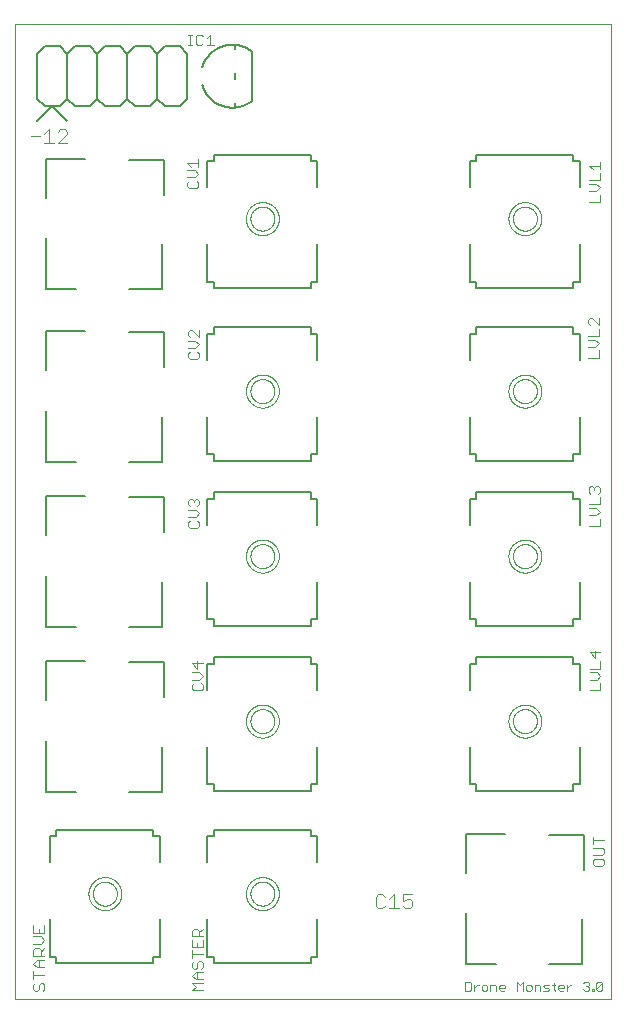
<source format=gto>
G75*
%MOIN*%
%OFA0B0*%
%FSLAX25Y25*%
%IPPOS*%
%LPD*%
%AMOC8*
5,1,8,0,0,1.08239X$1,22.5*
%
%ADD10C,0.00000*%
%ADD11C,0.00300*%
%ADD12C,0.00600*%
%ADD13C,0.00400*%
%ADD14C,0.00800*%
%ADD15C,0.00500*%
%ADD16C,0.00200*%
D10*
X0003000Y0001000D02*
X0003000Y0325961D01*
X0201701Y0325961D01*
X0201701Y0001000D01*
X0003000Y0001000D01*
D11*
X0008947Y0004301D02*
X0009597Y0003650D01*
X0010248Y0003650D01*
X0010898Y0004301D01*
X0010898Y0005602D01*
X0011549Y0006252D01*
X0012199Y0006252D01*
X0012850Y0005602D01*
X0012850Y0004301D01*
X0012199Y0003650D01*
X0012850Y0008818D02*
X0008947Y0008818D01*
X0008947Y0007517D02*
X0008947Y0010120D01*
X0010248Y0011385D02*
X0008947Y0012686D01*
X0010248Y0013987D01*
X0012850Y0013987D01*
X0012850Y0015252D02*
X0008947Y0015252D01*
X0008947Y0017204D01*
X0009597Y0017854D01*
X0010898Y0017854D01*
X0011549Y0017204D01*
X0011549Y0015252D01*
X0011549Y0016553D02*
X0012850Y0017854D01*
X0011549Y0019119D02*
X0012850Y0020420D01*
X0011549Y0021721D01*
X0008947Y0021721D01*
X0008947Y0022986D02*
X0012850Y0022986D01*
X0012850Y0025589D01*
X0010898Y0024288D02*
X0010898Y0022986D01*
X0008947Y0022986D02*
X0008947Y0025589D01*
X0008947Y0019119D02*
X0011549Y0019119D01*
X0010898Y0013987D02*
X0010898Y0011385D01*
X0010248Y0011385D02*
X0012850Y0011385D01*
X0009597Y0006252D02*
X0008947Y0005602D01*
X0008947Y0004301D01*
X0061986Y0003751D02*
X0063199Y0004965D01*
X0061986Y0006178D01*
X0065626Y0006178D01*
X0065626Y0007376D02*
X0063199Y0007376D01*
X0061986Y0008590D01*
X0063199Y0009803D01*
X0065626Y0009803D01*
X0065019Y0011001D02*
X0065626Y0011608D01*
X0065626Y0012821D01*
X0065019Y0013428D01*
X0064412Y0013428D01*
X0063806Y0012821D01*
X0063806Y0011608D01*
X0063199Y0011001D01*
X0062592Y0011001D01*
X0061986Y0011608D01*
X0061986Y0012821D01*
X0062592Y0013428D01*
X0061986Y0014627D02*
X0061986Y0017053D01*
X0061986Y0018252D02*
X0065626Y0018252D01*
X0065626Y0020678D01*
X0065626Y0021877D02*
X0061986Y0021877D01*
X0061986Y0023697D01*
X0062592Y0024304D01*
X0063806Y0024304D01*
X0064412Y0023697D01*
X0064412Y0021877D01*
X0064412Y0023090D02*
X0065626Y0024304D01*
X0061986Y0020678D02*
X0061986Y0018252D01*
X0063806Y0018252D02*
X0063806Y0019465D01*
X0065626Y0015840D02*
X0061986Y0015840D01*
X0063806Y0009803D02*
X0063806Y0007376D01*
X0065626Y0003751D02*
X0061986Y0003751D01*
X0062580Y0103715D02*
X0065006Y0103715D01*
X0065613Y0104322D01*
X0065613Y0105536D01*
X0065006Y0106142D01*
X0064400Y0107341D02*
X0065613Y0108554D01*
X0064400Y0109767D01*
X0061973Y0109767D01*
X0063793Y0110966D02*
X0061973Y0112786D01*
X0065613Y0112786D01*
X0063793Y0113392D02*
X0063793Y0110966D01*
X0064400Y0107341D02*
X0061973Y0107341D01*
X0062580Y0106142D02*
X0061973Y0105536D01*
X0061973Y0104322D01*
X0062580Y0103715D01*
X0061389Y0157914D02*
X0063816Y0157914D01*
X0064422Y0158521D01*
X0064422Y0159734D01*
X0063816Y0160341D01*
X0063209Y0161539D02*
X0064422Y0162752D01*
X0063209Y0163966D01*
X0060782Y0163966D01*
X0061389Y0165164D02*
X0060782Y0165771D01*
X0060782Y0166984D01*
X0061389Y0167591D01*
X0061996Y0167591D01*
X0062602Y0166984D01*
X0063209Y0167591D01*
X0063816Y0167591D01*
X0064422Y0166984D01*
X0064422Y0165771D01*
X0063816Y0165164D01*
X0062602Y0166378D02*
X0062602Y0166984D01*
X0063209Y0161539D02*
X0060782Y0161539D01*
X0061389Y0160341D02*
X0060782Y0159734D01*
X0060782Y0158521D01*
X0061389Y0157914D01*
X0061278Y0214234D02*
X0060671Y0214840D01*
X0060671Y0216054D01*
X0061278Y0216660D01*
X0060671Y0217859D02*
X0063098Y0217859D01*
X0064312Y0219072D01*
X0063098Y0220285D01*
X0060671Y0220285D01*
X0061278Y0221484D02*
X0060671Y0222091D01*
X0060671Y0223304D01*
X0061278Y0223911D01*
X0061885Y0223911D01*
X0064312Y0221484D01*
X0064312Y0223911D01*
X0063705Y0216660D02*
X0064312Y0216054D01*
X0064312Y0214840D01*
X0063705Y0214234D01*
X0061278Y0214234D01*
X0061109Y0271117D02*
X0060502Y0271724D01*
X0060502Y0272937D01*
X0061109Y0273544D01*
X0060502Y0274742D02*
X0062929Y0274742D01*
X0064143Y0275956D01*
X0062929Y0277169D01*
X0060502Y0277169D01*
X0061716Y0278368D02*
X0060502Y0279581D01*
X0064143Y0279581D01*
X0064143Y0278368D02*
X0064143Y0280794D01*
X0063536Y0273544D02*
X0064143Y0272937D01*
X0064143Y0271724D01*
X0063536Y0271117D01*
X0061109Y0271117D01*
X0194317Y0270200D02*
X0196744Y0270200D01*
X0197957Y0271414D01*
X0196744Y0272627D01*
X0194317Y0272627D01*
X0194317Y0273825D02*
X0197957Y0273825D01*
X0197957Y0276252D01*
X0197957Y0277451D02*
X0197957Y0279877D01*
X0197957Y0278664D02*
X0194317Y0278664D01*
X0195530Y0277451D01*
X0197957Y0269002D02*
X0197957Y0266575D01*
X0194317Y0266575D01*
X0194682Y0227932D02*
X0194075Y0227326D01*
X0194075Y0226112D01*
X0194682Y0225506D01*
X0194682Y0227932D02*
X0195288Y0227932D01*
X0197715Y0225506D01*
X0197715Y0227932D01*
X0197715Y0224307D02*
X0197715Y0221881D01*
X0194075Y0221881D01*
X0194075Y0220682D02*
X0196502Y0220682D01*
X0197715Y0219469D01*
X0196502Y0218255D01*
X0194075Y0218255D01*
X0194075Y0214630D02*
X0197715Y0214630D01*
X0197715Y0217057D01*
X0197257Y0171794D02*
X0197864Y0171187D01*
X0197864Y0169974D01*
X0197257Y0169367D01*
X0197864Y0168168D02*
X0197864Y0165742D01*
X0194224Y0165742D01*
X0194224Y0164543D02*
X0196650Y0164543D01*
X0197864Y0163330D01*
X0196650Y0162117D01*
X0194224Y0162117D01*
X0194224Y0158491D02*
X0197864Y0158491D01*
X0197864Y0160918D01*
X0194830Y0169367D02*
X0194224Y0169974D01*
X0194224Y0171187D01*
X0194830Y0171794D01*
X0195437Y0171794D01*
X0196044Y0171187D01*
X0196650Y0171794D01*
X0197257Y0171794D01*
X0196044Y0171187D02*
X0196044Y0170580D01*
X0196375Y0117017D02*
X0196375Y0114591D01*
X0194555Y0116411D01*
X0198195Y0116411D01*
X0198195Y0113392D02*
X0198195Y0110965D01*
X0194555Y0110965D01*
X0194555Y0109767D02*
X0196981Y0109767D01*
X0198195Y0108554D01*
X0196981Y0107340D01*
X0194555Y0107340D01*
X0194555Y0103715D02*
X0198195Y0103715D01*
X0198195Y0106142D01*
X0195647Y0054952D02*
X0195647Y0052525D01*
X0195647Y0051326D02*
X0198680Y0051326D01*
X0199287Y0050720D01*
X0199287Y0049506D01*
X0198680Y0048900D01*
X0195647Y0048900D01*
X0196254Y0047701D02*
X0195647Y0047095D01*
X0195647Y0045881D01*
X0196254Y0045275D01*
X0198680Y0045275D01*
X0199287Y0045881D01*
X0199287Y0047095D01*
X0198680Y0047701D01*
X0196254Y0047701D01*
X0195647Y0053738D02*
X0199287Y0053738D01*
X0198308Y0006552D02*
X0198792Y0006069D01*
X0196857Y0004134D01*
X0197340Y0003650D01*
X0198308Y0003650D01*
X0198792Y0004134D01*
X0198792Y0006069D01*
X0198308Y0006552D02*
X0197340Y0006552D01*
X0196857Y0006069D01*
X0196857Y0004134D01*
X0195867Y0004134D02*
X0195867Y0003650D01*
X0195383Y0003650D01*
X0195383Y0004134D01*
X0195867Y0004134D01*
X0194372Y0004134D02*
X0193888Y0003650D01*
X0192921Y0003650D01*
X0192437Y0004134D01*
X0193404Y0005101D02*
X0193888Y0005101D01*
X0194372Y0004617D01*
X0194372Y0004134D01*
X0193888Y0005101D02*
X0194372Y0005585D01*
X0194372Y0006069D01*
X0193888Y0006552D01*
X0192921Y0006552D01*
X0192437Y0006069D01*
X0188486Y0005585D02*
X0188002Y0005585D01*
X0187035Y0004617D01*
X0187035Y0003650D02*
X0187035Y0005585D01*
X0186023Y0005101D02*
X0186023Y0004617D01*
X0184088Y0004617D01*
X0184088Y0004134D02*
X0184088Y0005101D01*
X0184572Y0005585D01*
X0185540Y0005585D01*
X0186023Y0005101D01*
X0185540Y0003650D02*
X0184572Y0003650D01*
X0184088Y0004134D01*
X0183092Y0003650D02*
X0182608Y0004134D01*
X0182608Y0006069D01*
X0182124Y0005585D02*
X0183092Y0005585D01*
X0181113Y0005585D02*
X0179661Y0005585D01*
X0179178Y0005101D01*
X0179661Y0004617D01*
X0180629Y0004617D01*
X0181113Y0004134D01*
X0180629Y0003650D01*
X0179178Y0003650D01*
X0178166Y0003650D02*
X0178166Y0005101D01*
X0177682Y0005585D01*
X0176231Y0005585D01*
X0176231Y0003650D01*
X0175220Y0004134D02*
X0175220Y0005101D01*
X0174736Y0005585D01*
X0173768Y0005585D01*
X0173285Y0005101D01*
X0173285Y0004134D01*
X0173768Y0003650D01*
X0174736Y0003650D01*
X0175220Y0004134D01*
X0172273Y0003650D02*
X0172273Y0006552D01*
X0171305Y0005585D01*
X0170338Y0006552D01*
X0170338Y0003650D01*
X0166380Y0004617D02*
X0164445Y0004617D01*
X0164445Y0004134D02*
X0164445Y0005101D01*
X0164929Y0005585D01*
X0165896Y0005585D01*
X0166380Y0005101D01*
X0166380Y0004617D01*
X0165896Y0003650D02*
X0164929Y0003650D01*
X0164445Y0004134D01*
X0163433Y0003650D02*
X0163433Y0005101D01*
X0162950Y0005585D01*
X0161498Y0005585D01*
X0161498Y0003650D01*
X0160487Y0004134D02*
X0160487Y0005101D01*
X0160003Y0005585D01*
X0159036Y0005585D01*
X0158552Y0005101D01*
X0158552Y0004134D01*
X0159036Y0003650D01*
X0160003Y0003650D01*
X0160487Y0004134D01*
X0157548Y0005585D02*
X0157064Y0005585D01*
X0156097Y0004617D01*
X0156097Y0003650D02*
X0156097Y0005585D01*
X0155085Y0006069D02*
X0154601Y0006552D01*
X0153150Y0006552D01*
X0153150Y0003650D01*
X0154601Y0003650D01*
X0155085Y0004134D01*
X0155085Y0006069D01*
D12*
X0076500Y0298047D02*
X0076500Y0299626D01*
X0076500Y0307374D02*
X0076500Y0309626D01*
X0082000Y0316748D02*
X0081798Y0316903D01*
X0081593Y0317053D01*
X0081384Y0317199D01*
X0081171Y0317339D01*
X0080956Y0317473D01*
X0080736Y0317603D01*
X0080514Y0317727D01*
X0080289Y0317846D01*
X0080061Y0317959D01*
X0079831Y0318067D01*
X0079598Y0318169D01*
X0079362Y0318266D01*
X0079125Y0318357D01*
X0078885Y0318442D01*
X0078643Y0318521D01*
X0078399Y0318594D01*
X0078154Y0318661D01*
X0077907Y0318722D01*
X0077658Y0318778D01*
X0077409Y0318827D01*
X0077158Y0318870D01*
X0076906Y0318907D01*
X0076653Y0318938D01*
X0076400Y0318963D01*
X0076146Y0318982D01*
X0075892Y0318995D01*
X0075638Y0319001D01*
X0075383Y0319001D01*
X0075129Y0318995D01*
X0074875Y0318983D01*
X0074621Y0318965D01*
X0074367Y0318941D01*
X0074115Y0318910D01*
X0073863Y0318874D01*
X0073612Y0318831D01*
X0073362Y0318782D01*
X0073114Y0318727D01*
X0072867Y0318666D01*
X0072621Y0318600D01*
X0072377Y0318527D01*
X0072135Y0318448D01*
X0071895Y0318364D01*
X0071657Y0318274D01*
X0071422Y0318178D01*
X0071188Y0318076D01*
X0070957Y0317969D01*
X0070729Y0317856D01*
X0070504Y0317737D01*
X0070282Y0317614D01*
X0070062Y0317484D01*
X0069846Y0317350D01*
X0069634Y0317210D01*
X0069424Y0317066D01*
X0069219Y0316916D01*
X0069016Y0316761D01*
X0068818Y0316602D01*
X0068624Y0316437D01*
X0068434Y0316268D01*
X0068247Y0316095D01*
X0068066Y0315917D01*
X0067888Y0315734D01*
X0067715Y0315548D01*
X0067546Y0315357D01*
X0067383Y0315162D01*
X0067224Y0314964D01*
X0067069Y0314761D01*
X0066920Y0314555D01*
X0066776Y0314345D01*
X0066637Y0314132D01*
X0066503Y0313916D01*
X0066375Y0313696D01*
X0066251Y0313473D01*
X0066134Y0313248D01*
X0066021Y0313019D01*
X0065915Y0312788D01*
X0065814Y0312555D01*
X0065718Y0312319D01*
X0065629Y0312081D01*
X0065545Y0311840D01*
X0065467Y0311598D01*
X0060500Y0316000D02*
X0060500Y0301000D01*
X0058000Y0298500D01*
X0053000Y0298500D01*
X0050500Y0301000D01*
X0050500Y0316000D01*
X0053000Y0318500D01*
X0058000Y0318500D01*
X0060500Y0316000D01*
X0050500Y0316000D02*
X0048000Y0318500D01*
X0043000Y0318500D01*
X0040500Y0316000D01*
X0040500Y0301000D01*
X0043000Y0298500D01*
X0048000Y0298500D01*
X0050500Y0301000D01*
X0040500Y0301000D02*
X0038000Y0298500D01*
X0033000Y0298500D01*
X0030500Y0301000D01*
X0030500Y0316000D01*
X0033000Y0318500D01*
X0038000Y0318500D01*
X0040500Y0316000D01*
X0030500Y0316000D02*
X0028000Y0318500D01*
X0023000Y0318500D01*
X0020500Y0316000D01*
X0020500Y0301000D01*
X0023000Y0298500D01*
X0028000Y0298500D01*
X0030500Y0301000D01*
X0020500Y0301000D02*
X0018000Y0298500D01*
X0015500Y0298500D01*
X0013000Y0298500D01*
X0010500Y0301000D01*
X0010500Y0316000D01*
X0013000Y0318500D01*
X0018000Y0318500D01*
X0020500Y0316000D01*
X0065467Y0305402D02*
X0065545Y0305160D01*
X0065629Y0304919D01*
X0065718Y0304681D01*
X0065814Y0304445D01*
X0065915Y0304212D01*
X0066021Y0303981D01*
X0066134Y0303752D01*
X0066251Y0303527D01*
X0066375Y0303304D01*
X0066503Y0303084D01*
X0066637Y0302868D01*
X0066776Y0302655D01*
X0066920Y0302445D01*
X0067069Y0302239D01*
X0067224Y0302036D01*
X0067383Y0301838D01*
X0067546Y0301643D01*
X0067715Y0301452D01*
X0067888Y0301266D01*
X0068066Y0301083D01*
X0068247Y0300905D01*
X0068434Y0300732D01*
X0068624Y0300563D01*
X0068818Y0300398D01*
X0069016Y0300239D01*
X0069219Y0300084D01*
X0069424Y0299934D01*
X0069634Y0299790D01*
X0069846Y0299650D01*
X0070062Y0299516D01*
X0070282Y0299386D01*
X0070504Y0299263D01*
X0070729Y0299144D01*
X0070957Y0299031D01*
X0071188Y0298924D01*
X0071422Y0298822D01*
X0071657Y0298726D01*
X0071895Y0298636D01*
X0072135Y0298552D01*
X0072377Y0298473D01*
X0072621Y0298400D01*
X0072867Y0298334D01*
X0073114Y0298273D01*
X0073362Y0298218D01*
X0073612Y0298169D01*
X0073863Y0298126D01*
X0074115Y0298090D01*
X0074367Y0298059D01*
X0074621Y0298035D01*
X0074875Y0298017D01*
X0075129Y0298005D01*
X0075383Y0297999D01*
X0075638Y0297999D01*
X0075892Y0298005D01*
X0076146Y0298018D01*
X0076400Y0298037D01*
X0076653Y0298062D01*
X0076906Y0298093D01*
X0077158Y0298130D01*
X0077409Y0298173D01*
X0077658Y0298222D01*
X0077907Y0298278D01*
X0078154Y0298339D01*
X0078399Y0298406D01*
X0078643Y0298479D01*
X0078885Y0298558D01*
X0079125Y0298643D01*
X0079362Y0298734D01*
X0079598Y0298831D01*
X0079831Y0298933D01*
X0080061Y0299041D01*
X0080289Y0299154D01*
X0080514Y0299273D01*
X0080736Y0299397D01*
X0080956Y0299527D01*
X0081171Y0299661D01*
X0081384Y0299801D01*
X0081593Y0299947D01*
X0081798Y0300097D01*
X0082000Y0300252D01*
X0082000Y0316748D01*
X0076500Y0317374D02*
X0076500Y0318953D01*
D13*
X0069246Y0318784D02*
X0066886Y0318784D01*
X0068066Y0318784D02*
X0068066Y0322324D01*
X0066886Y0321144D01*
X0065621Y0321734D02*
X0065031Y0322324D01*
X0063851Y0322324D01*
X0063261Y0321734D01*
X0063261Y0319374D01*
X0063851Y0318784D01*
X0065031Y0318784D01*
X0065621Y0319374D01*
X0062024Y0318784D02*
X0060844Y0318784D01*
X0061434Y0318784D02*
X0061434Y0322324D01*
X0060844Y0322324D02*
X0062024Y0322324D01*
X0020477Y0290037D02*
X0019710Y0290804D01*
X0018175Y0290804D01*
X0017408Y0290037D01*
X0020477Y0289269D02*
X0017408Y0286200D01*
X0020477Y0286200D01*
X0020477Y0289269D02*
X0020477Y0290037D01*
X0015873Y0286200D02*
X0012804Y0286200D01*
X0014339Y0286200D02*
X0014339Y0290804D01*
X0012804Y0289269D01*
X0011269Y0288502D02*
X0008200Y0288502D01*
X0123967Y0035804D02*
X0123200Y0035037D01*
X0123200Y0031967D01*
X0123967Y0031200D01*
X0125502Y0031200D01*
X0126269Y0031967D01*
X0127804Y0031200D02*
X0130873Y0031200D01*
X0129339Y0031200D02*
X0129339Y0035804D01*
X0127804Y0034269D01*
X0126269Y0035037D02*
X0125502Y0035804D01*
X0123967Y0035804D01*
X0132408Y0035804D02*
X0132408Y0033502D01*
X0133942Y0034269D01*
X0134710Y0034269D01*
X0135477Y0033502D01*
X0135477Y0031967D01*
X0134710Y0031200D01*
X0133175Y0031200D01*
X0132408Y0031967D01*
X0132408Y0035804D02*
X0135477Y0035804D01*
D14*
X0153500Y0029500D02*
X0153500Y0012500D01*
X0163500Y0012500D01*
X0181000Y0012500D02*
X0192000Y0012500D01*
X0192000Y0027500D01*
X0192685Y0043874D02*
X0192685Y0055685D01*
X0180874Y0055685D01*
X0189142Y0070272D02*
X0189142Y0072437D01*
X0191307Y0072437D01*
X0191307Y0085035D01*
X0189142Y0070272D02*
X0156858Y0070272D01*
X0156858Y0072437D01*
X0154693Y0072437D01*
X0154693Y0085035D01*
X0154693Y0103933D02*
X0154693Y0112594D01*
X0156858Y0112594D01*
X0156858Y0114760D01*
X0189142Y0114760D01*
X0189142Y0112594D01*
X0191307Y0112594D01*
X0191307Y0103933D01*
X0189142Y0125272D02*
X0189142Y0127437D01*
X0191307Y0127437D01*
X0191307Y0140035D01*
X0189142Y0125272D02*
X0156858Y0125272D01*
X0156858Y0127437D01*
X0154693Y0127437D01*
X0154693Y0140035D01*
X0154693Y0158933D02*
X0154693Y0167594D01*
X0156858Y0167594D01*
X0156858Y0169760D01*
X0189142Y0169760D01*
X0189142Y0167594D01*
X0191307Y0167594D01*
X0191307Y0158933D01*
X0189142Y0180272D02*
X0189142Y0182437D01*
X0191307Y0182437D01*
X0191307Y0195035D01*
X0189142Y0180272D02*
X0156858Y0180272D01*
X0156858Y0182437D01*
X0154693Y0182437D01*
X0154693Y0195035D01*
X0154693Y0213933D02*
X0154693Y0222594D01*
X0156858Y0222594D01*
X0156858Y0224760D01*
X0189142Y0224760D01*
X0189142Y0222594D01*
X0191307Y0222594D01*
X0191307Y0213933D01*
X0189142Y0237772D02*
X0189142Y0239937D01*
X0191307Y0239937D01*
X0191307Y0252535D01*
X0189142Y0237772D02*
X0156858Y0237772D01*
X0156858Y0239937D01*
X0154693Y0239937D01*
X0154693Y0252535D01*
X0154693Y0271433D02*
X0154693Y0280094D01*
X0156858Y0280094D01*
X0156858Y0282260D01*
X0189142Y0282260D01*
X0189142Y0280094D01*
X0191307Y0280094D01*
X0191307Y0271433D01*
X0103807Y0271433D02*
X0103807Y0280094D01*
X0101642Y0280094D01*
X0101642Y0282260D01*
X0069358Y0282260D01*
X0069358Y0280094D01*
X0067193Y0280094D01*
X0067193Y0271433D01*
X0067193Y0252535D02*
X0067193Y0239937D01*
X0069358Y0239937D01*
X0069358Y0237772D01*
X0101642Y0237772D01*
X0101642Y0239937D01*
X0103807Y0239937D01*
X0103807Y0252535D01*
X0101642Y0224760D02*
X0101642Y0222594D01*
X0103807Y0222594D01*
X0103807Y0213933D01*
X0101642Y0224760D02*
X0069358Y0224760D01*
X0069358Y0222594D01*
X0067193Y0222594D01*
X0067193Y0213933D01*
X0067193Y0195035D02*
X0067193Y0182437D01*
X0069358Y0182437D01*
X0069358Y0180272D01*
X0101642Y0180272D01*
X0101642Y0182437D01*
X0103807Y0182437D01*
X0103807Y0195035D01*
X0101642Y0169760D02*
X0101642Y0167594D01*
X0103807Y0167594D01*
X0103807Y0158933D01*
X0101642Y0169760D02*
X0069358Y0169760D01*
X0069358Y0167594D01*
X0067193Y0167594D01*
X0067193Y0158933D01*
X0067193Y0140035D02*
X0067193Y0127437D01*
X0069358Y0127437D01*
X0069358Y0125272D01*
X0101642Y0125272D01*
X0101642Y0127437D01*
X0103807Y0127437D01*
X0103807Y0140035D01*
X0101642Y0114760D02*
X0101642Y0112594D01*
X0103807Y0112594D01*
X0103807Y0103933D01*
X0101642Y0114760D02*
X0069358Y0114760D01*
X0069358Y0112594D01*
X0067193Y0112594D01*
X0067193Y0103933D01*
X0067193Y0085035D02*
X0067193Y0072437D01*
X0069358Y0072437D01*
X0069358Y0070272D01*
X0101642Y0070272D01*
X0101642Y0072437D01*
X0103807Y0072437D01*
X0103807Y0085035D01*
X0101642Y0057260D02*
X0101642Y0055094D01*
X0103807Y0055094D01*
X0103807Y0046433D01*
X0101642Y0057260D02*
X0069358Y0057260D01*
X0069358Y0055094D01*
X0067193Y0055094D01*
X0067193Y0046433D01*
X0067193Y0027535D02*
X0067193Y0014937D01*
X0069358Y0014937D01*
X0069358Y0012772D01*
X0101642Y0012772D01*
X0101642Y0014937D01*
X0103807Y0014937D01*
X0103807Y0027535D01*
X0153500Y0043000D02*
X0153500Y0056000D01*
X0166500Y0056000D01*
X0051307Y0055094D02*
X0051307Y0046433D01*
X0051307Y0055094D02*
X0049142Y0055094D01*
X0049142Y0057260D01*
X0016858Y0057260D01*
X0016858Y0055094D01*
X0014693Y0055094D01*
X0014693Y0046433D01*
X0014693Y0027535D02*
X0014693Y0014937D01*
X0016858Y0014937D01*
X0016858Y0012772D01*
X0049142Y0012772D01*
X0049142Y0014937D01*
X0051307Y0014937D01*
X0051307Y0027535D01*
X0052000Y0070000D02*
X0041000Y0070000D01*
X0052000Y0070000D02*
X0052000Y0085000D01*
X0052685Y0101374D02*
X0052685Y0113185D01*
X0040874Y0113185D01*
X0041000Y0125000D02*
X0052000Y0125000D01*
X0052000Y0140000D01*
X0052685Y0156374D02*
X0052685Y0168185D01*
X0040874Y0168185D01*
X0041000Y0180000D02*
X0052000Y0180000D01*
X0052000Y0195000D01*
X0052685Y0211374D02*
X0052685Y0223185D01*
X0040874Y0223185D01*
X0041000Y0237500D02*
X0052000Y0237500D01*
X0052000Y0252500D01*
X0052685Y0268874D02*
X0052685Y0280685D01*
X0040874Y0280685D01*
X0026500Y0281000D02*
X0013500Y0281000D01*
X0013500Y0268000D01*
X0013500Y0254500D02*
X0013500Y0237500D01*
X0023500Y0237500D01*
X0026500Y0223500D02*
X0013500Y0223500D01*
X0013500Y0210500D01*
X0013500Y0197000D02*
X0013500Y0180000D01*
X0023500Y0180000D01*
X0026500Y0168500D02*
X0013500Y0168500D01*
X0013500Y0155500D01*
X0013500Y0142000D02*
X0013500Y0125000D01*
X0023500Y0125000D01*
X0026500Y0113500D02*
X0013500Y0113500D01*
X0013500Y0100500D01*
X0013500Y0087000D02*
X0013500Y0070000D01*
X0023500Y0070000D01*
D15*
X0020500Y0293500D02*
X0015500Y0298500D01*
X0010500Y0293500D01*
D16*
X0081500Y0261000D02*
X0081502Y0261126D01*
X0081508Y0261252D01*
X0081518Y0261378D01*
X0081532Y0261504D01*
X0081550Y0261629D01*
X0081572Y0261753D01*
X0081597Y0261877D01*
X0081627Y0262000D01*
X0081660Y0262121D01*
X0081698Y0262242D01*
X0081739Y0262361D01*
X0081784Y0262480D01*
X0081832Y0262596D01*
X0081884Y0262711D01*
X0081940Y0262824D01*
X0082000Y0262936D01*
X0082063Y0263045D01*
X0082129Y0263153D01*
X0082198Y0263258D01*
X0082271Y0263361D01*
X0082348Y0263462D01*
X0082427Y0263560D01*
X0082509Y0263656D01*
X0082595Y0263749D01*
X0082683Y0263840D01*
X0082774Y0263927D01*
X0082868Y0264012D01*
X0082964Y0264093D01*
X0083063Y0264172D01*
X0083164Y0264247D01*
X0083268Y0264319D01*
X0083374Y0264388D01*
X0083482Y0264454D01*
X0083592Y0264516D01*
X0083704Y0264574D01*
X0083817Y0264629D01*
X0083933Y0264680D01*
X0084050Y0264728D01*
X0084168Y0264772D01*
X0084288Y0264812D01*
X0084409Y0264848D01*
X0084531Y0264881D01*
X0084654Y0264910D01*
X0084778Y0264934D01*
X0084902Y0264955D01*
X0085027Y0264972D01*
X0085153Y0264985D01*
X0085279Y0264994D01*
X0085405Y0264999D01*
X0085532Y0265000D01*
X0085658Y0264997D01*
X0085784Y0264990D01*
X0085910Y0264979D01*
X0086035Y0264964D01*
X0086160Y0264945D01*
X0086284Y0264922D01*
X0086408Y0264896D01*
X0086530Y0264865D01*
X0086652Y0264831D01*
X0086772Y0264792D01*
X0086891Y0264750D01*
X0087009Y0264705D01*
X0087125Y0264655D01*
X0087240Y0264602D01*
X0087352Y0264545D01*
X0087463Y0264485D01*
X0087572Y0264421D01*
X0087679Y0264354D01*
X0087784Y0264284D01*
X0087887Y0264210D01*
X0087987Y0264133D01*
X0088085Y0264053D01*
X0088180Y0263970D01*
X0088272Y0263884D01*
X0088362Y0263795D01*
X0088449Y0263703D01*
X0088532Y0263609D01*
X0088613Y0263512D01*
X0088691Y0263412D01*
X0088766Y0263310D01*
X0088837Y0263206D01*
X0088905Y0263099D01*
X0088969Y0262991D01*
X0089030Y0262880D01*
X0089088Y0262768D01*
X0089142Y0262654D01*
X0089192Y0262538D01*
X0089239Y0262421D01*
X0089282Y0262302D01*
X0089321Y0262182D01*
X0089357Y0262061D01*
X0089388Y0261938D01*
X0089416Y0261815D01*
X0089440Y0261691D01*
X0089460Y0261566D01*
X0089476Y0261441D01*
X0089488Y0261315D01*
X0089496Y0261189D01*
X0089500Y0261063D01*
X0089500Y0260937D01*
X0089496Y0260811D01*
X0089488Y0260685D01*
X0089476Y0260559D01*
X0089460Y0260434D01*
X0089440Y0260309D01*
X0089416Y0260185D01*
X0089388Y0260062D01*
X0089357Y0259939D01*
X0089321Y0259818D01*
X0089282Y0259698D01*
X0089239Y0259579D01*
X0089192Y0259462D01*
X0089142Y0259346D01*
X0089088Y0259232D01*
X0089030Y0259120D01*
X0088969Y0259009D01*
X0088905Y0258901D01*
X0088837Y0258794D01*
X0088766Y0258690D01*
X0088691Y0258588D01*
X0088613Y0258488D01*
X0088532Y0258391D01*
X0088449Y0258297D01*
X0088362Y0258205D01*
X0088272Y0258116D01*
X0088180Y0258030D01*
X0088085Y0257947D01*
X0087987Y0257867D01*
X0087887Y0257790D01*
X0087784Y0257716D01*
X0087679Y0257646D01*
X0087572Y0257579D01*
X0087463Y0257515D01*
X0087352Y0257455D01*
X0087240Y0257398D01*
X0087125Y0257345D01*
X0087009Y0257295D01*
X0086891Y0257250D01*
X0086772Y0257208D01*
X0086652Y0257169D01*
X0086530Y0257135D01*
X0086408Y0257104D01*
X0086284Y0257078D01*
X0086160Y0257055D01*
X0086035Y0257036D01*
X0085910Y0257021D01*
X0085784Y0257010D01*
X0085658Y0257003D01*
X0085532Y0257000D01*
X0085405Y0257001D01*
X0085279Y0257006D01*
X0085153Y0257015D01*
X0085027Y0257028D01*
X0084902Y0257045D01*
X0084778Y0257066D01*
X0084654Y0257090D01*
X0084531Y0257119D01*
X0084409Y0257152D01*
X0084288Y0257188D01*
X0084168Y0257228D01*
X0084050Y0257272D01*
X0083933Y0257320D01*
X0083817Y0257371D01*
X0083704Y0257426D01*
X0083592Y0257484D01*
X0083482Y0257546D01*
X0083374Y0257612D01*
X0083268Y0257681D01*
X0083164Y0257753D01*
X0083063Y0257828D01*
X0082964Y0257907D01*
X0082868Y0257988D01*
X0082774Y0258073D01*
X0082683Y0258160D01*
X0082595Y0258251D01*
X0082509Y0258344D01*
X0082427Y0258440D01*
X0082348Y0258538D01*
X0082271Y0258639D01*
X0082198Y0258742D01*
X0082129Y0258847D01*
X0082063Y0258955D01*
X0082000Y0259064D01*
X0081940Y0259176D01*
X0081884Y0259289D01*
X0081832Y0259404D01*
X0081784Y0259520D01*
X0081739Y0259639D01*
X0081698Y0259758D01*
X0081660Y0259879D01*
X0081627Y0260000D01*
X0081597Y0260123D01*
X0081572Y0260247D01*
X0081550Y0260371D01*
X0081532Y0260496D01*
X0081518Y0260622D01*
X0081508Y0260748D01*
X0081502Y0260874D01*
X0081500Y0261000D01*
X0080000Y0261000D02*
X0080002Y0261148D01*
X0080008Y0261296D01*
X0080018Y0261444D01*
X0080032Y0261592D01*
X0080050Y0261739D01*
X0080072Y0261886D01*
X0080098Y0262032D01*
X0080127Y0262177D01*
X0080161Y0262322D01*
X0080199Y0262465D01*
X0080240Y0262608D01*
X0080285Y0262749D01*
X0080335Y0262889D01*
X0080387Y0263027D01*
X0080444Y0263165D01*
X0080504Y0263300D01*
X0080568Y0263434D01*
X0080635Y0263566D01*
X0080706Y0263696D01*
X0080781Y0263825D01*
X0080859Y0263951D01*
X0080940Y0264075D01*
X0081024Y0264197D01*
X0081112Y0264316D01*
X0081203Y0264433D01*
X0081297Y0264548D01*
X0081395Y0264660D01*
X0081495Y0264769D01*
X0081598Y0264876D01*
X0081704Y0264980D01*
X0081812Y0265081D01*
X0081924Y0265179D01*
X0082038Y0265274D01*
X0082154Y0265365D01*
X0082273Y0265454D01*
X0082394Y0265539D01*
X0082518Y0265621D01*
X0082644Y0265700D01*
X0082771Y0265775D01*
X0082901Y0265847D01*
X0083033Y0265916D01*
X0083166Y0265980D01*
X0083301Y0266041D01*
X0083438Y0266099D01*
X0083576Y0266153D01*
X0083716Y0266203D01*
X0083857Y0266249D01*
X0083999Y0266291D01*
X0084142Y0266330D01*
X0084286Y0266364D01*
X0084432Y0266395D01*
X0084577Y0266422D01*
X0084724Y0266445D01*
X0084871Y0266464D01*
X0085019Y0266479D01*
X0085166Y0266490D01*
X0085315Y0266497D01*
X0085463Y0266500D01*
X0085611Y0266499D01*
X0085759Y0266494D01*
X0085907Y0266485D01*
X0086055Y0266472D01*
X0086203Y0266455D01*
X0086349Y0266434D01*
X0086496Y0266409D01*
X0086641Y0266380D01*
X0086786Y0266348D01*
X0086929Y0266311D01*
X0087072Y0266271D01*
X0087214Y0266226D01*
X0087354Y0266178D01*
X0087493Y0266126D01*
X0087630Y0266071D01*
X0087766Y0266011D01*
X0087901Y0265948D01*
X0088033Y0265882D01*
X0088164Y0265812D01*
X0088293Y0265738D01*
X0088419Y0265661D01*
X0088544Y0265581D01*
X0088666Y0265497D01*
X0088787Y0265410D01*
X0088904Y0265320D01*
X0089020Y0265226D01*
X0089132Y0265130D01*
X0089242Y0265031D01*
X0089350Y0264928D01*
X0089454Y0264823D01*
X0089556Y0264715D01*
X0089654Y0264604D01*
X0089750Y0264491D01*
X0089843Y0264375D01*
X0089932Y0264257D01*
X0090018Y0264136D01*
X0090101Y0264013D01*
X0090181Y0263888D01*
X0090257Y0263761D01*
X0090330Y0263631D01*
X0090399Y0263500D01*
X0090464Y0263367D01*
X0090527Y0263233D01*
X0090585Y0263096D01*
X0090640Y0262958D01*
X0090690Y0262819D01*
X0090738Y0262678D01*
X0090781Y0262537D01*
X0090821Y0262394D01*
X0090856Y0262250D01*
X0090888Y0262105D01*
X0090916Y0261959D01*
X0090940Y0261813D01*
X0090960Y0261666D01*
X0090976Y0261518D01*
X0090988Y0261371D01*
X0090996Y0261222D01*
X0091000Y0261074D01*
X0091000Y0260926D01*
X0090996Y0260778D01*
X0090988Y0260629D01*
X0090976Y0260482D01*
X0090960Y0260334D01*
X0090940Y0260187D01*
X0090916Y0260041D01*
X0090888Y0259895D01*
X0090856Y0259750D01*
X0090821Y0259606D01*
X0090781Y0259463D01*
X0090738Y0259322D01*
X0090690Y0259181D01*
X0090640Y0259042D01*
X0090585Y0258904D01*
X0090527Y0258767D01*
X0090464Y0258633D01*
X0090399Y0258500D01*
X0090330Y0258369D01*
X0090257Y0258239D01*
X0090181Y0258112D01*
X0090101Y0257987D01*
X0090018Y0257864D01*
X0089932Y0257743D01*
X0089843Y0257625D01*
X0089750Y0257509D01*
X0089654Y0257396D01*
X0089556Y0257285D01*
X0089454Y0257177D01*
X0089350Y0257072D01*
X0089242Y0256969D01*
X0089132Y0256870D01*
X0089020Y0256774D01*
X0088904Y0256680D01*
X0088787Y0256590D01*
X0088666Y0256503D01*
X0088544Y0256419D01*
X0088419Y0256339D01*
X0088293Y0256262D01*
X0088164Y0256188D01*
X0088033Y0256118D01*
X0087901Y0256052D01*
X0087766Y0255989D01*
X0087630Y0255929D01*
X0087493Y0255874D01*
X0087354Y0255822D01*
X0087214Y0255774D01*
X0087072Y0255729D01*
X0086929Y0255689D01*
X0086786Y0255652D01*
X0086641Y0255620D01*
X0086496Y0255591D01*
X0086349Y0255566D01*
X0086203Y0255545D01*
X0086055Y0255528D01*
X0085907Y0255515D01*
X0085759Y0255506D01*
X0085611Y0255501D01*
X0085463Y0255500D01*
X0085315Y0255503D01*
X0085166Y0255510D01*
X0085019Y0255521D01*
X0084871Y0255536D01*
X0084724Y0255555D01*
X0084577Y0255578D01*
X0084432Y0255605D01*
X0084286Y0255636D01*
X0084142Y0255670D01*
X0083999Y0255709D01*
X0083857Y0255751D01*
X0083716Y0255797D01*
X0083576Y0255847D01*
X0083438Y0255901D01*
X0083301Y0255959D01*
X0083166Y0256020D01*
X0083033Y0256084D01*
X0082901Y0256153D01*
X0082771Y0256225D01*
X0082644Y0256300D01*
X0082518Y0256379D01*
X0082394Y0256461D01*
X0082273Y0256546D01*
X0082154Y0256635D01*
X0082038Y0256726D01*
X0081924Y0256821D01*
X0081812Y0256919D01*
X0081704Y0257020D01*
X0081598Y0257124D01*
X0081495Y0257231D01*
X0081395Y0257340D01*
X0081297Y0257452D01*
X0081203Y0257567D01*
X0081112Y0257684D01*
X0081024Y0257803D01*
X0080940Y0257925D01*
X0080859Y0258049D01*
X0080781Y0258175D01*
X0080706Y0258304D01*
X0080635Y0258434D01*
X0080568Y0258566D01*
X0080504Y0258700D01*
X0080444Y0258835D01*
X0080387Y0258973D01*
X0080335Y0259111D01*
X0080285Y0259251D01*
X0080240Y0259392D01*
X0080199Y0259535D01*
X0080161Y0259678D01*
X0080127Y0259823D01*
X0080098Y0259968D01*
X0080072Y0260114D01*
X0080050Y0260261D01*
X0080032Y0260408D01*
X0080018Y0260556D01*
X0080008Y0260704D01*
X0080002Y0260852D01*
X0080000Y0261000D01*
X0081500Y0203500D02*
X0081502Y0203626D01*
X0081508Y0203752D01*
X0081518Y0203878D01*
X0081532Y0204004D01*
X0081550Y0204129D01*
X0081572Y0204253D01*
X0081597Y0204377D01*
X0081627Y0204500D01*
X0081660Y0204621D01*
X0081698Y0204742D01*
X0081739Y0204861D01*
X0081784Y0204980D01*
X0081832Y0205096D01*
X0081884Y0205211D01*
X0081940Y0205324D01*
X0082000Y0205436D01*
X0082063Y0205545D01*
X0082129Y0205653D01*
X0082198Y0205758D01*
X0082271Y0205861D01*
X0082348Y0205962D01*
X0082427Y0206060D01*
X0082509Y0206156D01*
X0082595Y0206249D01*
X0082683Y0206340D01*
X0082774Y0206427D01*
X0082868Y0206512D01*
X0082964Y0206593D01*
X0083063Y0206672D01*
X0083164Y0206747D01*
X0083268Y0206819D01*
X0083374Y0206888D01*
X0083482Y0206954D01*
X0083592Y0207016D01*
X0083704Y0207074D01*
X0083817Y0207129D01*
X0083933Y0207180D01*
X0084050Y0207228D01*
X0084168Y0207272D01*
X0084288Y0207312D01*
X0084409Y0207348D01*
X0084531Y0207381D01*
X0084654Y0207410D01*
X0084778Y0207434D01*
X0084902Y0207455D01*
X0085027Y0207472D01*
X0085153Y0207485D01*
X0085279Y0207494D01*
X0085405Y0207499D01*
X0085532Y0207500D01*
X0085658Y0207497D01*
X0085784Y0207490D01*
X0085910Y0207479D01*
X0086035Y0207464D01*
X0086160Y0207445D01*
X0086284Y0207422D01*
X0086408Y0207396D01*
X0086530Y0207365D01*
X0086652Y0207331D01*
X0086772Y0207292D01*
X0086891Y0207250D01*
X0087009Y0207205D01*
X0087125Y0207155D01*
X0087240Y0207102D01*
X0087352Y0207045D01*
X0087463Y0206985D01*
X0087572Y0206921D01*
X0087679Y0206854D01*
X0087784Y0206784D01*
X0087887Y0206710D01*
X0087987Y0206633D01*
X0088085Y0206553D01*
X0088180Y0206470D01*
X0088272Y0206384D01*
X0088362Y0206295D01*
X0088449Y0206203D01*
X0088532Y0206109D01*
X0088613Y0206012D01*
X0088691Y0205912D01*
X0088766Y0205810D01*
X0088837Y0205706D01*
X0088905Y0205599D01*
X0088969Y0205491D01*
X0089030Y0205380D01*
X0089088Y0205268D01*
X0089142Y0205154D01*
X0089192Y0205038D01*
X0089239Y0204921D01*
X0089282Y0204802D01*
X0089321Y0204682D01*
X0089357Y0204561D01*
X0089388Y0204438D01*
X0089416Y0204315D01*
X0089440Y0204191D01*
X0089460Y0204066D01*
X0089476Y0203941D01*
X0089488Y0203815D01*
X0089496Y0203689D01*
X0089500Y0203563D01*
X0089500Y0203437D01*
X0089496Y0203311D01*
X0089488Y0203185D01*
X0089476Y0203059D01*
X0089460Y0202934D01*
X0089440Y0202809D01*
X0089416Y0202685D01*
X0089388Y0202562D01*
X0089357Y0202439D01*
X0089321Y0202318D01*
X0089282Y0202198D01*
X0089239Y0202079D01*
X0089192Y0201962D01*
X0089142Y0201846D01*
X0089088Y0201732D01*
X0089030Y0201620D01*
X0088969Y0201509D01*
X0088905Y0201401D01*
X0088837Y0201294D01*
X0088766Y0201190D01*
X0088691Y0201088D01*
X0088613Y0200988D01*
X0088532Y0200891D01*
X0088449Y0200797D01*
X0088362Y0200705D01*
X0088272Y0200616D01*
X0088180Y0200530D01*
X0088085Y0200447D01*
X0087987Y0200367D01*
X0087887Y0200290D01*
X0087784Y0200216D01*
X0087679Y0200146D01*
X0087572Y0200079D01*
X0087463Y0200015D01*
X0087352Y0199955D01*
X0087240Y0199898D01*
X0087125Y0199845D01*
X0087009Y0199795D01*
X0086891Y0199750D01*
X0086772Y0199708D01*
X0086652Y0199669D01*
X0086530Y0199635D01*
X0086408Y0199604D01*
X0086284Y0199578D01*
X0086160Y0199555D01*
X0086035Y0199536D01*
X0085910Y0199521D01*
X0085784Y0199510D01*
X0085658Y0199503D01*
X0085532Y0199500D01*
X0085405Y0199501D01*
X0085279Y0199506D01*
X0085153Y0199515D01*
X0085027Y0199528D01*
X0084902Y0199545D01*
X0084778Y0199566D01*
X0084654Y0199590D01*
X0084531Y0199619D01*
X0084409Y0199652D01*
X0084288Y0199688D01*
X0084168Y0199728D01*
X0084050Y0199772D01*
X0083933Y0199820D01*
X0083817Y0199871D01*
X0083704Y0199926D01*
X0083592Y0199984D01*
X0083482Y0200046D01*
X0083374Y0200112D01*
X0083268Y0200181D01*
X0083164Y0200253D01*
X0083063Y0200328D01*
X0082964Y0200407D01*
X0082868Y0200488D01*
X0082774Y0200573D01*
X0082683Y0200660D01*
X0082595Y0200751D01*
X0082509Y0200844D01*
X0082427Y0200940D01*
X0082348Y0201038D01*
X0082271Y0201139D01*
X0082198Y0201242D01*
X0082129Y0201347D01*
X0082063Y0201455D01*
X0082000Y0201564D01*
X0081940Y0201676D01*
X0081884Y0201789D01*
X0081832Y0201904D01*
X0081784Y0202020D01*
X0081739Y0202139D01*
X0081698Y0202258D01*
X0081660Y0202379D01*
X0081627Y0202500D01*
X0081597Y0202623D01*
X0081572Y0202747D01*
X0081550Y0202871D01*
X0081532Y0202996D01*
X0081518Y0203122D01*
X0081508Y0203248D01*
X0081502Y0203374D01*
X0081500Y0203500D01*
X0080000Y0203500D02*
X0080002Y0203648D01*
X0080008Y0203796D01*
X0080018Y0203944D01*
X0080032Y0204092D01*
X0080050Y0204239D01*
X0080072Y0204386D01*
X0080098Y0204532D01*
X0080127Y0204677D01*
X0080161Y0204822D01*
X0080199Y0204965D01*
X0080240Y0205108D01*
X0080285Y0205249D01*
X0080335Y0205389D01*
X0080387Y0205527D01*
X0080444Y0205665D01*
X0080504Y0205800D01*
X0080568Y0205934D01*
X0080635Y0206066D01*
X0080706Y0206196D01*
X0080781Y0206325D01*
X0080859Y0206451D01*
X0080940Y0206575D01*
X0081024Y0206697D01*
X0081112Y0206816D01*
X0081203Y0206933D01*
X0081297Y0207048D01*
X0081395Y0207160D01*
X0081495Y0207269D01*
X0081598Y0207376D01*
X0081704Y0207480D01*
X0081812Y0207581D01*
X0081924Y0207679D01*
X0082038Y0207774D01*
X0082154Y0207865D01*
X0082273Y0207954D01*
X0082394Y0208039D01*
X0082518Y0208121D01*
X0082644Y0208200D01*
X0082771Y0208275D01*
X0082901Y0208347D01*
X0083033Y0208416D01*
X0083166Y0208480D01*
X0083301Y0208541D01*
X0083438Y0208599D01*
X0083576Y0208653D01*
X0083716Y0208703D01*
X0083857Y0208749D01*
X0083999Y0208791D01*
X0084142Y0208830D01*
X0084286Y0208864D01*
X0084432Y0208895D01*
X0084577Y0208922D01*
X0084724Y0208945D01*
X0084871Y0208964D01*
X0085019Y0208979D01*
X0085166Y0208990D01*
X0085315Y0208997D01*
X0085463Y0209000D01*
X0085611Y0208999D01*
X0085759Y0208994D01*
X0085907Y0208985D01*
X0086055Y0208972D01*
X0086203Y0208955D01*
X0086349Y0208934D01*
X0086496Y0208909D01*
X0086641Y0208880D01*
X0086786Y0208848D01*
X0086929Y0208811D01*
X0087072Y0208771D01*
X0087214Y0208726D01*
X0087354Y0208678D01*
X0087493Y0208626D01*
X0087630Y0208571D01*
X0087766Y0208511D01*
X0087901Y0208448D01*
X0088033Y0208382D01*
X0088164Y0208312D01*
X0088293Y0208238D01*
X0088419Y0208161D01*
X0088544Y0208081D01*
X0088666Y0207997D01*
X0088787Y0207910D01*
X0088904Y0207820D01*
X0089020Y0207726D01*
X0089132Y0207630D01*
X0089242Y0207531D01*
X0089350Y0207428D01*
X0089454Y0207323D01*
X0089556Y0207215D01*
X0089654Y0207104D01*
X0089750Y0206991D01*
X0089843Y0206875D01*
X0089932Y0206757D01*
X0090018Y0206636D01*
X0090101Y0206513D01*
X0090181Y0206388D01*
X0090257Y0206261D01*
X0090330Y0206131D01*
X0090399Y0206000D01*
X0090464Y0205867D01*
X0090527Y0205733D01*
X0090585Y0205596D01*
X0090640Y0205458D01*
X0090690Y0205319D01*
X0090738Y0205178D01*
X0090781Y0205037D01*
X0090821Y0204894D01*
X0090856Y0204750D01*
X0090888Y0204605D01*
X0090916Y0204459D01*
X0090940Y0204313D01*
X0090960Y0204166D01*
X0090976Y0204018D01*
X0090988Y0203871D01*
X0090996Y0203722D01*
X0091000Y0203574D01*
X0091000Y0203426D01*
X0090996Y0203278D01*
X0090988Y0203129D01*
X0090976Y0202982D01*
X0090960Y0202834D01*
X0090940Y0202687D01*
X0090916Y0202541D01*
X0090888Y0202395D01*
X0090856Y0202250D01*
X0090821Y0202106D01*
X0090781Y0201963D01*
X0090738Y0201822D01*
X0090690Y0201681D01*
X0090640Y0201542D01*
X0090585Y0201404D01*
X0090527Y0201267D01*
X0090464Y0201133D01*
X0090399Y0201000D01*
X0090330Y0200869D01*
X0090257Y0200739D01*
X0090181Y0200612D01*
X0090101Y0200487D01*
X0090018Y0200364D01*
X0089932Y0200243D01*
X0089843Y0200125D01*
X0089750Y0200009D01*
X0089654Y0199896D01*
X0089556Y0199785D01*
X0089454Y0199677D01*
X0089350Y0199572D01*
X0089242Y0199469D01*
X0089132Y0199370D01*
X0089020Y0199274D01*
X0088904Y0199180D01*
X0088787Y0199090D01*
X0088666Y0199003D01*
X0088544Y0198919D01*
X0088419Y0198839D01*
X0088293Y0198762D01*
X0088164Y0198688D01*
X0088033Y0198618D01*
X0087901Y0198552D01*
X0087766Y0198489D01*
X0087630Y0198429D01*
X0087493Y0198374D01*
X0087354Y0198322D01*
X0087214Y0198274D01*
X0087072Y0198229D01*
X0086929Y0198189D01*
X0086786Y0198152D01*
X0086641Y0198120D01*
X0086496Y0198091D01*
X0086349Y0198066D01*
X0086203Y0198045D01*
X0086055Y0198028D01*
X0085907Y0198015D01*
X0085759Y0198006D01*
X0085611Y0198001D01*
X0085463Y0198000D01*
X0085315Y0198003D01*
X0085166Y0198010D01*
X0085019Y0198021D01*
X0084871Y0198036D01*
X0084724Y0198055D01*
X0084577Y0198078D01*
X0084432Y0198105D01*
X0084286Y0198136D01*
X0084142Y0198170D01*
X0083999Y0198209D01*
X0083857Y0198251D01*
X0083716Y0198297D01*
X0083576Y0198347D01*
X0083438Y0198401D01*
X0083301Y0198459D01*
X0083166Y0198520D01*
X0083033Y0198584D01*
X0082901Y0198653D01*
X0082771Y0198725D01*
X0082644Y0198800D01*
X0082518Y0198879D01*
X0082394Y0198961D01*
X0082273Y0199046D01*
X0082154Y0199135D01*
X0082038Y0199226D01*
X0081924Y0199321D01*
X0081812Y0199419D01*
X0081704Y0199520D01*
X0081598Y0199624D01*
X0081495Y0199731D01*
X0081395Y0199840D01*
X0081297Y0199952D01*
X0081203Y0200067D01*
X0081112Y0200184D01*
X0081024Y0200303D01*
X0080940Y0200425D01*
X0080859Y0200549D01*
X0080781Y0200675D01*
X0080706Y0200804D01*
X0080635Y0200934D01*
X0080568Y0201066D01*
X0080504Y0201200D01*
X0080444Y0201335D01*
X0080387Y0201473D01*
X0080335Y0201611D01*
X0080285Y0201751D01*
X0080240Y0201892D01*
X0080199Y0202035D01*
X0080161Y0202178D01*
X0080127Y0202323D01*
X0080098Y0202468D01*
X0080072Y0202614D01*
X0080050Y0202761D01*
X0080032Y0202908D01*
X0080018Y0203056D01*
X0080008Y0203204D01*
X0080002Y0203352D01*
X0080000Y0203500D01*
X0081500Y0148500D02*
X0081502Y0148626D01*
X0081508Y0148752D01*
X0081518Y0148878D01*
X0081532Y0149004D01*
X0081550Y0149129D01*
X0081572Y0149253D01*
X0081597Y0149377D01*
X0081627Y0149500D01*
X0081660Y0149621D01*
X0081698Y0149742D01*
X0081739Y0149861D01*
X0081784Y0149980D01*
X0081832Y0150096D01*
X0081884Y0150211D01*
X0081940Y0150324D01*
X0082000Y0150436D01*
X0082063Y0150545D01*
X0082129Y0150653D01*
X0082198Y0150758D01*
X0082271Y0150861D01*
X0082348Y0150962D01*
X0082427Y0151060D01*
X0082509Y0151156D01*
X0082595Y0151249D01*
X0082683Y0151340D01*
X0082774Y0151427D01*
X0082868Y0151512D01*
X0082964Y0151593D01*
X0083063Y0151672D01*
X0083164Y0151747D01*
X0083268Y0151819D01*
X0083374Y0151888D01*
X0083482Y0151954D01*
X0083592Y0152016D01*
X0083704Y0152074D01*
X0083817Y0152129D01*
X0083933Y0152180D01*
X0084050Y0152228D01*
X0084168Y0152272D01*
X0084288Y0152312D01*
X0084409Y0152348D01*
X0084531Y0152381D01*
X0084654Y0152410D01*
X0084778Y0152434D01*
X0084902Y0152455D01*
X0085027Y0152472D01*
X0085153Y0152485D01*
X0085279Y0152494D01*
X0085405Y0152499D01*
X0085532Y0152500D01*
X0085658Y0152497D01*
X0085784Y0152490D01*
X0085910Y0152479D01*
X0086035Y0152464D01*
X0086160Y0152445D01*
X0086284Y0152422D01*
X0086408Y0152396D01*
X0086530Y0152365D01*
X0086652Y0152331D01*
X0086772Y0152292D01*
X0086891Y0152250D01*
X0087009Y0152205D01*
X0087125Y0152155D01*
X0087240Y0152102D01*
X0087352Y0152045D01*
X0087463Y0151985D01*
X0087572Y0151921D01*
X0087679Y0151854D01*
X0087784Y0151784D01*
X0087887Y0151710D01*
X0087987Y0151633D01*
X0088085Y0151553D01*
X0088180Y0151470D01*
X0088272Y0151384D01*
X0088362Y0151295D01*
X0088449Y0151203D01*
X0088532Y0151109D01*
X0088613Y0151012D01*
X0088691Y0150912D01*
X0088766Y0150810D01*
X0088837Y0150706D01*
X0088905Y0150599D01*
X0088969Y0150491D01*
X0089030Y0150380D01*
X0089088Y0150268D01*
X0089142Y0150154D01*
X0089192Y0150038D01*
X0089239Y0149921D01*
X0089282Y0149802D01*
X0089321Y0149682D01*
X0089357Y0149561D01*
X0089388Y0149438D01*
X0089416Y0149315D01*
X0089440Y0149191D01*
X0089460Y0149066D01*
X0089476Y0148941D01*
X0089488Y0148815D01*
X0089496Y0148689D01*
X0089500Y0148563D01*
X0089500Y0148437D01*
X0089496Y0148311D01*
X0089488Y0148185D01*
X0089476Y0148059D01*
X0089460Y0147934D01*
X0089440Y0147809D01*
X0089416Y0147685D01*
X0089388Y0147562D01*
X0089357Y0147439D01*
X0089321Y0147318D01*
X0089282Y0147198D01*
X0089239Y0147079D01*
X0089192Y0146962D01*
X0089142Y0146846D01*
X0089088Y0146732D01*
X0089030Y0146620D01*
X0088969Y0146509D01*
X0088905Y0146401D01*
X0088837Y0146294D01*
X0088766Y0146190D01*
X0088691Y0146088D01*
X0088613Y0145988D01*
X0088532Y0145891D01*
X0088449Y0145797D01*
X0088362Y0145705D01*
X0088272Y0145616D01*
X0088180Y0145530D01*
X0088085Y0145447D01*
X0087987Y0145367D01*
X0087887Y0145290D01*
X0087784Y0145216D01*
X0087679Y0145146D01*
X0087572Y0145079D01*
X0087463Y0145015D01*
X0087352Y0144955D01*
X0087240Y0144898D01*
X0087125Y0144845D01*
X0087009Y0144795D01*
X0086891Y0144750D01*
X0086772Y0144708D01*
X0086652Y0144669D01*
X0086530Y0144635D01*
X0086408Y0144604D01*
X0086284Y0144578D01*
X0086160Y0144555D01*
X0086035Y0144536D01*
X0085910Y0144521D01*
X0085784Y0144510D01*
X0085658Y0144503D01*
X0085532Y0144500D01*
X0085405Y0144501D01*
X0085279Y0144506D01*
X0085153Y0144515D01*
X0085027Y0144528D01*
X0084902Y0144545D01*
X0084778Y0144566D01*
X0084654Y0144590D01*
X0084531Y0144619D01*
X0084409Y0144652D01*
X0084288Y0144688D01*
X0084168Y0144728D01*
X0084050Y0144772D01*
X0083933Y0144820D01*
X0083817Y0144871D01*
X0083704Y0144926D01*
X0083592Y0144984D01*
X0083482Y0145046D01*
X0083374Y0145112D01*
X0083268Y0145181D01*
X0083164Y0145253D01*
X0083063Y0145328D01*
X0082964Y0145407D01*
X0082868Y0145488D01*
X0082774Y0145573D01*
X0082683Y0145660D01*
X0082595Y0145751D01*
X0082509Y0145844D01*
X0082427Y0145940D01*
X0082348Y0146038D01*
X0082271Y0146139D01*
X0082198Y0146242D01*
X0082129Y0146347D01*
X0082063Y0146455D01*
X0082000Y0146564D01*
X0081940Y0146676D01*
X0081884Y0146789D01*
X0081832Y0146904D01*
X0081784Y0147020D01*
X0081739Y0147139D01*
X0081698Y0147258D01*
X0081660Y0147379D01*
X0081627Y0147500D01*
X0081597Y0147623D01*
X0081572Y0147747D01*
X0081550Y0147871D01*
X0081532Y0147996D01*
X0081518Y0148122D01*
X0081508Y0148248D01*
X0081502Y0148374D01*
X0081500Y0148500D01*
X0080000Y0148500D02*
X0080002Y0148648D01*
X0080008Y0148796D01*
X0080018Y0148944D01*
X0080032Y0149092D01*
X0080050Y0149239D01*
X0080072Y0149386D01*
X0080098Y0149532D01*
X0080127Y0149677D01*
X0080161Y0149822D01*
X0080199Y0149965D01*
X0080240Y0150108D01*
X0080285Y0150249D01*
X0080335Y0150389D01*
X0080387Y0150527D01*
X0080444Y0150665D01*
X0080504Y0150800D01*
X0080568Y0150934D01*
X0080635Y0151066D01*
X0080706Y0151196D01*
X0080781Y0151325D01*
X0080859Y0151451D01*
X0080940Y0151575D01*
X0081024Y0151697D01*
X0081112Y0151816D01*
X0081203Y0151933D01*
X0081297Y0152048D01*
X0081395Y0152160D01*
X0081495Y0152269D01*
X0081598Y0152376D01*
X0081704Y0152480D01*
X0081812Y0152581D01*
X0081924Y0152679D01*
X0082038Y0152774D01*
X0082154Y0152865D01*
X0082273Y0152954D01*
X0082394Y0153039D01*
X0082518Y0153121D01*
X0082644Y0153200D01*
X0082771Y0153275D01*
X0082901Y0153347D01*
X0083033Y0153416D01*
X0083166Y0153480D01*
X0083301Y0153541D01*
X0083438Y0153599D01*
X0083576Y0153653D01*
X0083716Y0153703D01*
X0083857Y0153749D01*
X0083999Y0153791D01*
X0084142Y0153830D01*
X0084286Y0153864D01*
X0084432Y0153895D01*
X0084577Y0153922D01*
X0084724Y0153945D01*
X0084871Y0153964D01*
X0085019Y0153979D01*
X0085166Y0153990D01*
X0085315Y0153997D01*
X0085463Y0154000D01*
X0085611Y0153999D01*
X0085759Y0153994D01*
X0085907Y0153985D01*
X0086055Y0153972D01*
X0086203Y0153955D01*
X0086349Y0153934D01*
X0086496Y0153909D01*
X0086641Y0153880D01*
X0086786Y0153848D01*
X0086929Y0153811D01*
X0087072Y0153771D01*
X0087214Y0153726D01*
X0087354Y0153678D01*
X0087493Y0153626D01*
X0087630Y0153571D01*
X0087766Y0153511D01*
X0087901Y0153448D01*
X0088033Y0153382D01*
X0088164Y0153312D01*
X0088293Y0153238D01*
X0088419Y0153161D01*
X0088544Y0153081D01*
X0088666Y0152997D01*
X0088787Y0152910D01*
X0088904Y0152820D01*
X0089020Y0152726D01*
X0089132Y0152630D01*
X0089242Y0152531D01*
X0089350Y0152428D01*
X0089454Y0152323D01*
X0089556Y0152215D01*
X0089654Y0152104D01*
X0089750Y0151991D01*
X0089843Y0151875D01*
X0089932Y0151757D01*
X0090018Y0151636D01*
X0090101Y0151513D01*
X0090181Y0151388D01*
X0090257Y0151261D01*
X0090330Y0151131D01*
X0090399Y0151000D01*
X0090464Y0150867D01*
X0090527Y0150733D01*
X0090585Y0150596D01*
X0090640Y0150458D01*
X0090690Y0150319D01*
X0090738Y0150178D01*
X0090781Y0150037D01*
X0090821Y0149894D01*
X0090856Y0149750D01*
X0090888Y0149605D01*
X0090916Y0149459D01*
X0090940Y0149313D01*
X0090960Y0149166D01*
X0090976Y0149018D01*
X0090988Y0148871D01*
X0090996Y0148722D01*
X0091000Y0148574D01*
X0091000Y0148426D01*
X0090996Y0148278D01*
X0090988Y0148129D01*
X0090976Y0147982D01*
X0090960Y0147834D01*
X0090940Y0147687D01*
X0090916Y0147541D01*
X0090888Y0147395D01*
X0090856Y0147250D01*
X0090821Y0147106D01*
X0090781Y0146963D01*
X0090738Y0146822D01*
X0090690Y0146681D01*
X0090640Y0146542D01*
X0090585Y0146404D01*
X0090527Y0146267D01*
X0090464Y0146133D01*
X0090399Y0146000D01*
X0090330Y0145869D01*
X0090257Y0145739D01*
X0090181Y0145612D01*
X0090101Y0145487D01*
X0090018Y0145364D01*
X0089932Y0145243D01*
X0089843Y0145125D01*
X0089750Y0145009D01*
X0089654Y0144896D01*
X0089556Y0144785D01*
X0089454Y0144677D01*
X0089350Y0144572D01*
X0089242Y0144469D01*
X0089132Y0144370D01*
X0089020Y0144274D01*
X0088904Y0144180D01*
X0088787Y0144090D01*
X0088666Y0144003D01*
X0088544Y0143919D01*
X0088419Y0143839D01*
X0088293Y0143762D01*
X0088164Y0143688D01*
X0088033Y0143618D01*
X0087901Y0143552D01*
X0087766Y0143489D01*
X0087630Y0143429D01*
X0087493Y0143374D01*
X0087354Y0143322D01*
X0087214Y0143274D01*
X0087072Y0143229D01*
X0086929Y0143189D01*
X0086786Y0143152D01*
X0086641Y0143120D01*
X0086496Y0143091D01*
X0086349Y0143066D01*
X0086203Y0143045D01*
X0086055Y0143028D01*
X0085907Y0143015D01*
X0085759Y0143006D01*
X0085611Y0143001D01*
X0085463Y0143000D01*
X0085315Y0143003D01*
X0085166Y0143010D01*
X0085019Y0143021D01*
X0084871Y0143036D01*
X0084724Y0143055D01*
X0084577Y0143078D01*
X0084432Y0143105D01*
X0084286Y0143136D01*
X0084142Y0143170D01*
X0083999Y0143209D01*
X0083857Y0143251D01*
X0083716Y0143297D01*
X0083576Y0143347D01*
X0083438Y0143401D01*
X0083301Y0143459D01*
X0083166Y0143520D01*
X0083033Y0143584D01*
X0082901Y0143653D01*
X0082771Y0143725D01*
X0082644Y0143800D01*
X0082518Y0143879D01*
X0082394Y0143961D01*
X0082273Y0144046D01*
X0082154Y0144135D01*
X0082038Y0144226D01*
X0081924Y0144321D01*
X0081812Y0144419D01*
X0081704Y0144520D01*
X0081598Y0144624D01*
X0081495Y0144731D01*
X0081395Y0144840D01*
X0081297Y0144952D01*
X0081203Y0145067D01*
X0081112Y0145184D01*
X0081024Y0145303D01*
X0080940Y0145425D01*
X0080859Y0145549D01*
X0080781Y0145675D01*
X0080706Y0145804D01*
X0080635Y0145934D01*
X0080568Y0146066D01*
X0080504Y0146200D01*
X0080444Y0146335D01*
X0080387Y0146473D01*
X0080335Y0146611D01*
X0080285Y0146751D01*
X0080240Y0146892D01*
X0080199Y0147035D01*
X0080161Y0147178D01*
X0080127Y0147323D01*
X0080098Y0147468D01*
X0080072Y0147614D01*
X0080050Y0147761D01*
X0080032Y0147908D01*
X0080018Y0148056D01*
X0080008Y0148204D01*
X0080002Y0148352D01*
X0080000Y0148500D01*
X0081500Y0093500D02*
X0081502Y0093626D01*
X0081508Y0093752D01*
X0081518Y0093878D01*
X0081532Y0094004D01*
X0081550Y0094129D01*
X0081572Y0094253D01*
X0081597Y0094377D01*
X0081627Y0094500D01*
X0081660Y0094621D01*
X0081698Y0094742D01*
X0081739Y0094861D01*
X0081784Y0094980D01*
X0081832Y0095096D01*
X0081884Y0095211D01*
X0081940Y0095324D01*
X0082000Y0095436D01*
X0082063Y0095545D01*
X0082129Y0095653D01*
X0082198Y0095758D01*
X0082271Y0095861D01*
X0082348Y0095962D01*
X0082427Y0096060D01*
X0082509Y0096156D01*
X0082595Y0096249D01*
X0082683Y0096340D01*
X0082774Y0096427D01*
X0082868Y0096512D01*
X0082964Y0096593D01*
X0083063Y0096672D01*
X0083164Y0096747D01*
X0083268Y0096819D01*
X0083374Y0096888D01*
X0083482Y0096954D01*
X0083592Y0097016D01*
X0083704Y0097074D01*
X0083817Y0097129D01*
X0083933Y0097180D01*
X0084050Y0097228D01*
X0084168Y0097272D01*
X0084288Y0097312D01*
X0084409Y0097348D01*
X0084531Y0097381D01*
X0084654Y0097410D01*
X0084778Y0097434D01*
X0084902Y0097455D01*
X0085027Y0097472D01*
X0085153Y0097485D01*
X0085279Y0097494D01*
X0085405Y0097499D01*
X0085532Y0097500D01*
X0085658Y0097497D01*
X0085784Y0097490D01*
X0085910Y0097479D01*
X0086035Y0097464D01*
X0086160Y0097445D01*
X0086284Y0097422D01*
X0086408Y0097396D01*
X0086530Y0097365D01*
X0086652Y0097331D01*
X0086772Y0097292D01*
X0086891Y0097250D01*
X0087009Y0097205D01*
X0087125Y0097155D01*
X0087240Y0097102D01*
X0087352Y0097045D01*
X0087463Y0096985D01*
X0087572Y0096921D01*
X0087679Y0096854D01*
X0087784Y0096784D01*
X0087887Y0096710D01*
X0087987Y0096633D01*
X0088085Y0096553D01*
X0088180Y0096470D01*
X0088272Y0096384D01*
X0088362Y0096295D01*
X0088449Y0096203D01*
X0088532Y0096109D01*
X0088613Y0096012D01*
X0088691Y0095912D01*
X0088766Y0095810D01*
X0088837Y0095706D01*
X0088905Y0095599D01*
X0088969Y0095491D01*
X0089030Y0095380D01*
X0089088Y0095268D01*
X0089142Y0095154D01*
X0089192Y0095038D01*
X0089239Y0094921D01*
X0089282Y0094802D01*
X0089321Y0094682D01*
X0089357Y0094561D01*
X0089388Y0094438D01*
X0089416Y0094315D01*
X0089440Y0094191D01*
X0089460Y0094066D01*
X0089476Y0093941D01*
X0089488Y0093815D01*
X0089496Y0093689D01*
X0089500Y0093563D01*
X0089500Y0093437D01*
X0089496Y0093311D01*
X0089488Y0093185D01*
X0089476Y0093059D01*
X0089460Y0092934D01*
X0089440Y0092809D01*
X0089416Y0092685D01*
X0089388Y0092562D01*
X0089357Y0092439D01*
X0089321Y0092318D01*
X0089282Y0092198D01*
X0089239Y0092079D01*
X0089192Y0091962D01*
X0089142Y0091846D01*
X0089088Y0091732D01*
X0089030Y0091620D01*
X0088969Y0091509D01*
X0088905Y0091401D01*
X0088837Y0091294D01*
X0088766Y0091190D01*
X0088691Y0091088D01*
X0088613Y0090988D01*
X0088532Y0090891D01*
X0088449Y0090797D01*
X0088362Y0090705D01*
X0088272Y0090616D01*
X0088180Y0090530D01*
X0088085Y0090447D01*
X0087987Y0090367D01*
X0087887Y0090290D01*
X0087784Y0090216D01*
X0087679Y0090146D01*
X0087572Y0090079D01*
X0087463Y0090015D01*
X0087352Y0089955D01*
X0087240Y0089898D01*
X0087125Y0089845D01*
X0087009Y0089795D01*
X0086891Y0089750D01*
X0086772Y0089708D01*
X0086652Y0089669D01*
X0086530Y0089635D01*
X0086408Y0089604D01*
X0086284Y0089578D01*
X0086160Y0089555D01*
X0086035Y0089536D01*
X0085910Y0089521D01*
X0085784Y0089510D01*
X0085658Y0089503D01*
X0085532Y0089500D01*
X0085405Y0089501D01*
X0085279Y0089506D01*
X0085153Y0089515D01*
X0085027Y0089528D01*
X0084902Y0089545D01*
X0084778Y0089566D01*
X0084654Y0089590D01*
X0084531Y0089619D01*
X0084409Y0089652D01*
X0084288Y0089688D01*
X0084168Y0089728D01*
X0084050Y0089772D01*
X0083933Y0089820D01*
X0083817Y0089871D01*
X0083704Y0089926D01*
X0083592Y0089984D01*
X0083482Y0090046D01*
X0083374Y0090112D01*
X0083268Y0090181D01*
X0083164Y0090253D01*
X0083063Y0090328D01*
X0082964Y0090407D01*
X0082868Y0090488D01*
X0082774Y0090573D01*
X0082683Y0090660D01*
X0082595Y0090751D01*
X0082509Y0090844D01*
X0082427Y0090940D01*
X0082348Y0091038D01*
X0082271Y0091139D01*
X0082198Y0091242D01*
X0082129Y0091347D01*
X0082063Y0091455D01*
X0082000Y0091564D01*
X0081940Y0091676D01*
X0081884Y0091789D01*
X0081832Y0091904D01*
X0081784Y0092020D01*
X0081739Y0092139D01*
X0081698Y0092258D01*
X0081660Y0092379D01*
X0081627Y0092500D01*
X0081597Y0092623D01*
X0081572Y0092747D01*
X0081550Y0092871D01*
X0081532Y0092996D01*
X0081518Y0093122D01*
X0081508Y0093248D01*
X0081502Y0093374D01*
X0081500Y0093500D01*
X0080000Y0093500D02*
X0080002Y0093648D01*
X0080008Y0093796D01*
X0080018Y0093944D01*
X0080032Y0094092D01*
X0080050Y0094239D01*
X0080072Y0094386D01*
X0080098Y0094532D01*
X0080127Y0094677D01*
X0080161Y0094822D01*
X0080199Y0094965D01*
X0080240Y0095108D01*
X0080285Y0095249D01*
X0080335Y0095389D01*
X0080387Y0095527D01*
X0080444Y0095665D01*
X0080504Y0095800D01*
X0080568Y0095934D01*
X0080635Y0096066D01*
X0080706Y0096196D01*
X0080781Y0096325D01*
X0080859Y0096451D01*
X0080940Y0096575D01*
X0081024Y0096697D01*
X0081112Y0096816D01*
X0081203Y0096933D01*
X0081297Y0097048D01*
X0081395Y0097160D01*
X0081495Y0097269D01*
X0081598Y0097376D01*
X0081704Y0097480D01*
X0081812Y0097581D01*
X0081924Y0097679D01*
X0082038Y0097774D01*
X0082154Y0097865D01*
X0082273Y0097954D01*
X0082394Y0098039D01*
X0082518Y0098121D01*
X0082644Y0098200D01*
X0082771Y0098275D01*
X0082901Y0098347D01*
X0083033Y0098416D01*
X0083166Y0098480D01*
X0083301Y0098541D01*
X0083438Y0098599D01*
X0083576Y0098653D01*
X0083716Y0098703D01*
X0083857Y0098749D01*
X0083999Y0098791D01*
X0084142Y0098830D01*
X0084286Y0098864D01*
X0084432Y0098895D01*
X0084577Y0098922D01*
X0084724Y0098945D01*
X0084871Y0098964D01*
X0085019Y0098979D01*
X0085166Y0098990D01*
X0085315Y0098997D01*
X0085463Y0099000D01*
X0085611Y0098999D01*
X0085759Y0098994D01*
X0085907Y0098985D01*
X0086055Y0098972D01*
X0086203Y0098955D01*
X0086349Y0098934D01*
X0086496Y0098909D01*
X0086641Y0098880D01*
X0086786Y0098848D01*
X0086929Y0098811D01*
X0087072Y0098771D01*
X0087214Y0098726D01*
X0087354Y0098678D01*
X0087493Y0098626D01*
X0087630Y0098571D01*
X0087766Y0098511D01*
X0087901Y0098448D01*
X0088033Y0098382D01*
X0088164Y0098312D01*
X0088293Y0098238D01*
X0088419Y0098161D01*
X0088544Y0098081D01*
X0088666Y0097997D01*
X0088787Y0097910D01*
X0088904Y0097820D01*
X0089020Y0097726D01*
X0089132Y0097630D01*
X0089242Y0097531D01*
X0089350Y0097428D01*
X0089454Y0097323D01*
X0089556Y0097215D01*
X0089654Y0097104D01*
X0089750Y0096991D01*
X0089843Y0096875D01*
X0089932Y0096757D01*
X0090018Y0096636D01*
X0090101Y0096513D01*
X0090181Y0096388D01*
X0090257Y0096261D01*
X0090330Y0096131D01*
X0090399Y0096000D01*
X0090464Y0095867D01*
X0090527Y0095733D01*
X0090585Y0095596D01*
X0090640Y0095458D01*
X0090690Y0095319D01*
X0090738Y0095178D01*
X0090781Y0095037D01*
X0090821Y0094894D01*
X0090856Y0094750D01*
X0090888Y0094605D01*
X0090916Y0094459D01*
X0090940Y0094313D01*
X0090960Y0094166D01*
X0090976Y0094018D01*
X0090988Y0093871D01*
X0090996Y0093722D01*
X0091000Y0093574D01*
X0091000Y0093426D01*
X0090996Y0093278D01*
X0090988Y0093129D01*
X0090976Y0092982D01*
X0090960Y0092834D01*
X0090940Y0092687D01*
X0090916Y0092541D01*
X0090888Y0092395D01*
X0090856Y0092250D01*
X0090821Y0092106D01*
X0090781Y0091963D01*
X0090738Y0091822D01*
X0090690Y0091681D01*
X0090640Y0091542D01*
X0090585Y0091404D01*
X0090527Y0091267D01*
X0090464Y0091133D01*
X0090399Y0091000D01*
X0090330Y0090869D01*
X0090257Y0090739D01*
X0090181Y0090612D01*
X0090101Y0090487D01*
X0090018Y0090364D01*
X0089932Y0090243D01*
X0089843Y0090125D01*
X0089750Y0090009D01*
X0089654Y0089896D01*
X0089556Y0089785D01*
X0089454Y0089677D01*
X0089350Y0089572D01*
X0089242Y0089469D01*
X0089132Y0089370D01*
X0089020Y0089274D01*
X0088904Y0089180D01*
X0088787Y0089090D01*
X0088666Y0089003D01*
X0088544Y0088919D01*
X0088419Y0088839D01*
X0088293Y0088762D01*
X0088164Y0088688D01*
X0088033Y0088618D01*
X0087901Y0088552D01*
X0087766Y0088489D01*
X0087630Y0088429D01*
X0087493Y0088374D01*
X0087354Y0088322D01*
X0087214Y0088274D01*
X0087072Y0088229D01*
X0086929Y0088189D01*
X0086786Y0088152D01*
X0086641Y0088120D01*
X0086496Y0088091D01*
X0086349Y0088066D01*
X0086203Y0088045D01*
X0086055Y0088028D01*
X0085907Y0088015D01*
X0085759Y0088006D01*
X0085611Y0088001D01*
X0085463Y0088000D01*
X0085315Y0088003D01*
X0085166Y0088010D01*
X0085019Y0088021D01*
X0084871Y0088036D01*
X0084724Y0088055D01*
X0084577Y0088078D01*
X0084432Y0088105D01*
X0084286Y0088136D01*
X0084142Y0088170D01*
X0083999Y0088209D01*
X0083857Y0088251D01*
X0083716Y0088297D01*
X0083576Y0088347D01*
X0083438Y0088401D01*
X0083301Y0088459D01*
X0083166Y0088520D01*
X0083033Y0088584D01*
X0082901Y0088653D01*
X0082771Y0088725D01*
X0082644Y0088800D01*
X0082518Y0088879D01*
X0082394Y0088961D01*
X0082273Y0089046D01*
X0082154Y0089135D01*
X0082038Y0089226D01*
X0081924Y0089321D01*
X0081812Y0089419D01*
X0081704Y0089520D01*
X0081598Y0089624D01*
X0081495Y0089731D01*
X0081395Y0089840D01*
X0081297Y0089952D01*
X0081203Y0090067D01*
X0081112Y0090184D01*
X0081024Y0090303D01*
X0080940Y0090425D01*
X0080859Y0090549D01*
X0080781Y0090675D01*
X0080706Y0090804D01*
X0080635Y0090934D01*
X0080568Y0091066D01*
X0080504Y0091200D01*
X0080444Y0091335D01*
X0080387Y0091473D01*
X0080335Y0091611D01*
X0080285Y0091751D01*
X0080240Y0091892D01*
X0080199Y0092035D01*
X0080161Y0092178D01*
X0080127Y0092323D01*
X0080098Y0092468D01*
X0080072Y0092614D01*
X0080050Y0092761D01*
X0080032Y0092908D01*
X0080018Y0093056D01*
X0080008Y0093204D01*
X0080002Y0093352D01*
X0080000Y0093500D01*
X0081500Y0036000D02*
X0081502Y0036126D01*
X0081508Y0036252D01*
X0081518Y0036378D01*
X0081532Y0036504D01*
X0081550Y0036629D01*
X0081572Y0036753D01*
X0081597Y0036877D01*
X0081627Y0037000D01*
X0081660Y0037121D01*
X0081698Y0037242D01*
X0081739Y0037361D01*
X0081784Y0037480D01*
X0081832Y0037596D01*
X0081884Y0037711D01*
X0081940Y0037824D01*
X0082000Y0037936D01*
X0082063Y0038045D01*
X0082129Y0038153D01*
X0082198Y0038258D01*
X0082271Y0038361D01*
X0082348Y0038462D01*
X0082427Y0038560D01*
X0082509Y0038656D01*
X0082595Y0038749D01*
X0082683Y0038840D01*
X0082774Y0038927D01*
X0082868Y0039012D01*
X0082964Y0039093D01*
X0083063Y0039172D01*
X0083164Y0039247D01*
X0083268Y0039319D01*
X0083374Y0039388D01*
X0083482Y0039454D01*
X0083592Y0039516D01*
X0083704Y0039574D01*
X0083817Y0039629D01*
X0083933Y0039680D01*
X0084050Y0039728D01*
X0084168Y0039772D01*
X0084288Y0039812D01*
X0084409Y0039848D01*
X0084531Y0039881D01*
X0084654Y0039910D01*
X0084778Y0039934D01*
X0084902Y0039955D01*
X0085027Y0039972D01*
X0085153Y0039985D01*
X0085279Y0039994D01*
X0085405Y0039999D01*
X0085532Y0040000D01*
X0085658Y0039997D01*
X0085784Y0039990D01*
X0085910Y0039979D01*
X0086035Y0039964D01*
X0086160Y0039945D01*
X0086284Y0039922D01*
X0086408Y0039896D01*
X0086530Y0039865D01*
X0086652Y0039831D01*
X0086772Y0039792D01*
X0086891Y0039750D01*
X0087009Y0039705D01*
X0087125Y0039655D01*
X0087240Y0039602D01*
X0087352Y0039545D01*
X0087463Y0039485D01*
X0087572Y0039421D01*
X0087679Y0039354D01*
X0087784Y0039284D01*
X0087887Y0039210D01*
X0087987Y0039133D01*
X0088085Y0039053D01*
X0088180Y0038970D01*
X0088272Y0038884D01*
X0088362Y0038795D01*
X0088449Y0038703D01*
X0088532Y0038609D01*
X0088613Y0038512D01*
X0088691Y0038412D01*
X0088766Y0038310D01*
X0088837Y0038206D01*
X0088905Y0038099D01*
X0088969Y0037991D01*
X0089030Y0037880D01*
X0089088Y0037768D01*
X0089142Y0037654D01*
X0089192Y0037538D01*
X0089239Y0037421D01*
X0089282Y0037302D01*
X0089321Y0037182D01*
X0089357Y0037061D01*
X0089388Y0036938D01*
X0089416Y0036815D01*
X0089440Y0036691D01*
X0089460Y0036566D01*
X0089476Y0036441D01*
X0089488Y0036315D01*
X0089496Y0036189D01*
X0089500Y0036063D01*
X0089500Y0035937D01*
X0089496Y0035811D01*
X0089488Y0035685D01*
X0089476Y0035559D01*
X0089460Y0035434D01*
X0089440Y0035309D01*
X0089416Y0035185D01*
X0089388Y0035062D01*
X0089357Y0034939D01*
X0089321Y0034818D01*
X0089282Y0034698D01*
X0089239Y0034579D01*
X0089192Y0034462D01*
X0089142Y0034346D01*
X0089088Y0034232D01*
X0089030Y0034120D01*
X0088969Y0034009D01*
X0088905Y0033901D01*
X0088837Y0033794D01*
X0088766Y0033690D01*
X0088691Y0033588D01*
X0088613Y0033488D01*
X0088532Y0033391D01*
X0088449Y0033297D01*
X0088362Y0033205D01*
X0088272Y0033116D01*
X0088180Y0033030D01*
X0088085Y0032947D01*
X0087987Y0032867D01*
X0087887Y0032790D01*
X0087784Y0032716D01*
X0087679Y0032646D01*
X0087572Y0032579D01*
X0087463Y0032515D01*
X0087352Y0032455D01*
X0087240Y0032398D01*
X0087125Y0032345D01*
X0087009Y0032295D01*
X0086891Y0032250D01*
X0086772Y0032208D01*
X0086652Y0032169D01*
X0086530Y0032135D01*
X0086408Y0032104D01*
X0086284Y0032078D01*
X0086160Y0032055D01*
X0086035Y0032036D01*
X0085910Y0032021D01*
X0085784Y0032010D01*
X0085658Y0032003D01*
X0085532Y0032000D01*
X0085405Y0032001D01*
X0085279Y0032006D01*
X0085153Y0032015D01*
X0085027Y0032028D01*
X0084902Y0032045D01*
X0084778Y0032066D01*
X0084654Y0032090D01*
X0084531Y0032119D01*
X0084409Y0032152D01*
X0084288Y0032188D01*
X0084168Y0032228D01*
X0084050Y0032272D01*
X0083933Y0032320D01*
X0083817Y0032371D01*
X0083704Y0032426D01*
X0083592Y0032484D01*
X0083482Y0032546D01*
X0083374Y0032612D01*
X0083268Y0032681D01*
X0083164Y0032753D01*
X0083063Y0032828D01*
X0082964Y0032907D01*
X0082868Y0032988D01*
X0082774Y0033073D01*
X0082683Y0033160D01*
X0082595Y0033251D01*
X0082509Y0033344D01*
X0082427Y0033440D01*
X0082348Y0033538D01*
X0082271Y0033639D01*
X0082198Y0033742D01*
X0082129Y0033847D01*
X0082063Y0033955D01*
X0082000Y0034064D01*
X0081940Y0034176D01*
X0081884Y0034289D01*
X0081832Y0034404D01*
X0081784Y0034520D01*
X0081739Y0034639D01*
X0081698Y0034758D01*
X0081660Y0034879D01*
X0081627Y0035000D01*
X0081597Y0035123D01*
X0081572Y0035247D01*
X0081550Y0035371D01*
X0081532Y0035496D01*
X0081518Y0035622D01*
X0081508Y0035748D01*
X0081502Y0035874D01*
X0081500Y0036000D01*
X0080000Y0036000D02*
X0080002Y0036148D01*
X0080008Y0036296D01*
X0080018Y0036444D01*
X0080032Y0036592D01*
X0080050Y0036739D01*
X0080072Y0036886D01*
X0080098Y0037032D01*
X0080127Y0037177D01*
X0080161Y0037322D01*
X0080199Y0037465D01*
X0080240Y0037608D01*
X0080285Y0037749D01*
X0080335Y0037889D01*
X0080387Y0038027D01*
X0080444Y0038165D01*
X0080504Y0038300D01*
X0080568Y0038434D01*
X0080635Y0038566D01*
X0080706Y0038696D01*
X0080781Y0038825D01*
X0080859Y0038951D01*
X0080940Y0039075D01*
X0081024Y0039197D01*
X0081112Y0039316D01*
X0081203Y0039433D01*
X0081297Y0039548D01*
X0081395Y0039660D01*
X0081495Y0039769D01*
X0081598Y0039876D01*
X0081704Y0039980D01*
X0081812Y0040081D01*
X0081924Y0040179D01*
X0082038Y0040274D01*
X0082154Y0040365D01*
X0082273Y0040454D01*
X0082394Y0040539D01*
X0082518Y0040621D01*
X0082644Y0040700D01*
X0082771Y0040775D01*
X0082901Y0040847D01*
X0083033Y0040916D01*
X0083166Y0040980D01*
X0083301Y0041041D01*
X0083438Y0041099D01*
X0083576Y0041153D01*
X0083716Y0041203D01*
X0083857Y0041249D01*
X0083999Y0041291D01*
X0084142Y0041330D01*
X0084286Y0041364D01*
X0084432Y0041395D01*
X0084577Y0041422D01*
X0084724Y0041445D01*
X0084871Y0041464D01*
X0085019Y0041479D01*
X0085166Y0041490D01*
X0085315Y0041497D01*
X0085463Y0041500D01*
X0085611Y0041499D01*
X0085759Y0041494D01*
X0085907Y0041485D01*
X0086055Y0041472D01*
X0086203Y0041455D01*
X0086349Y0041434D01*
X0086496Y0041409D01*
X0086641Y0041380D01*
X0086786Y0041348D01*
X0086929Y0041311D01*
X0087072Y0041271D01*
X0087214Y0041226D01*
X0087354Y0041178D01*
X0087493Y0041126D01*
X0087630Y0041071D01*
X0087766Y0041011D01*
X0087901Y0040948D01*
X0088033Y0040882D01*
X0088164Y0040812D01*
X0088293Y0040738D01*
X0088419Y0040661D01*
X0088544Y0040581D01*
X0088666Y0040497D01*
X0088787Y0040410D01*
X0088904Y0040320D01*
X0089020Y0040226D01*
X0089132Y0040130D01*
X0089242Y0040031D01*
X0089350Y0039928D01*
X0089454Y0039823D01*
X0089556Y0039715D01*
X0089654Y0039604D01*
X0089750Y0039491D01*
X0089843Y0039375D01*
X0089932Y0039257D01*
X0090018Y0039136D01*
X0090101Y0039013D01*
X0090181Y0038888D01*
X0090257Y0038761D01*
X0090330Y0038631D01*
X0090399Y0038500D01*
X0090464Y0038367D01*
X0090527Y0038233D01*
X0090585Y0038096D01*
X0090640Y0037958D01*
X0090690Y0037819D01*
X0090738Y0037678D01*
X0090781Y0037537D01*
X0090821Y0037394D01*
X0090856Y0037250D01*
X0090888Y0037105D01*
X0090916Y0036959D01*
X0090940Y0036813D01*
X0090960Y0036666D01*
X0090976Y0036518D01*
X0090988Y0036371D01*
X0090996Y0036222D01*
X0091000Y0036074D01*
X0091000Y0035926D01*
X0090996Y0035778D01*
X0090988Y0035629D01*
X0090976Y0035482D01*
X0090960Y0035334D01*
X0090940Y0035187D01*
X0090916Y0035041D01*
X0090888Y0034895D01*
X0090856Y0034750D01*
X0090821Y0034606D01*
X0090781Y0034463D01*
X0090738Y0034322D01*
X0090690Y0034181D01*
X0090640Y0034042D01*
X0090585Y0033904D01*
X0090527Y0033767D01*
X0090464Y0033633D01*
X0090399Y0033500D01*
X0090330Y0033369D01*
X0090257Y0033239D01*
X0090181Y0033112D01*
X0090101Y0032987D01*
X0090018Y0032864D01*
X0089932Y0032743D01*
X0089843Y0032625D01*
X0089750Y0032509D01*
X0089654Y0032396D01*
X0089556Y0032285D01*
X0089454Y0032177D01*
X0089350Y0032072D01*
X0089242Y0031969D01*
X0089132Y0031870D01*
X0089020Y0031774D01*
X0088904Y0031680D01*
X0088787Y0031590D01*
X0088666Y0031503D01*
X0088544Y0031419D01*
X0088419Y0031339D01*
X0088293Y0031262D01*
X0088164Y0031188D01*
X0088033Y0031118D01*
X0087901Y0031052D01*
X0087766Y0030989D01*
X0087630Y0030929D01*
X0087493Y0030874D01*
X0087354Y0030822D01*
X0087214Y0030774D01*
X0087072Y0030729D01*
X0086929Y0030689D01*
X0086786Y0030652D01*
X0086641Y0030620D01*
X0086496Y0030591D01*
X0086349Y0030566D01*
X0086203Y0030545D01*
X0086055Y0030528D01*
X0085907Y0030515D01*
X0085759Y0030506D01*
X0085611Y0030501D01*
X0085463Y0030500D01*
X0085315Y0030503D01*
X0085166Y0030510D01*
X0085019Y0030521D01*
X0084871Y0030536D01*
X0084724Y0030555D01*
X0084577Y0030578D01*
X0084432Y0030605D01*
X0084286Y0030636D01*
X0084142Y0030670D01*
X0083999Y0030709D01*
X0083857Y0030751D01*
X0083716Y0030797D01*
X0083576Y0030847D01*
X0083438Y0030901D01*
X0083301Y0030959D01*
X0083166Y0031020D01*
X0083033Y0031084D01*
X0082901Y0031153D01*
X0082771Y0031225D01*
X0082644Y0031300D01*
X0082518Y0031379D01*
X0082394Y0031461D01*
X0082273Y0031546D01*
X0082154Y0031635D01*
X0082038Y0031726D01*
X0081924Y0031821D01*
X0081812Y0031919D01*
X0081704Y0032020D01*
X0081598Y0032124D01*
X0081495Y0032231D01*
X0081395Y0032340D01*
X0081297Y0032452D01*
X0081203Y0032567D01*
X0081112Y0032684D01*
X0081024Y0032803D01*
X0080940Y0032925D01*
X0080859Y0033049D01*
X0080781Y0033175D01*
X0080706Y0033304D01*
X0080635Y0033434D01*
X0080568Y0033566D01*
X0080504Y0033700D01*
X0080444Y0033835D01*
X0080387Y0033973D01*
X0080335Y0034111D01*
X0080285Y0034251D01*
X0080240Y0034392D01*
X0080199Y0034535D01*
X0080161Y0034678D01*
X0080127Y0034823D01*
X0080098Y0034968D01*
X0080072Y0035114D01*
X0080050Y0035261D01*
X0080032Y0035408D01*
X0080018Y0035556D01*
X0080008Y0035704D01*
X0080002Y0035852D01*
X0080000Y0036000D01*
X0029000Y0036000D02*
X0029002Y0036126D01*
X0029008Y0036252D01*
X0029018Y0036378D01*
X0029032Y0036504D01*
X0029050Y0036629D01*
X0029072Y0036753D01*
X0029097Y0036877D01*
X0029127Y0037000D01*
X0029160Y0037121D01*
X0029198Y0037242D01*
X0029239Y0037361D01*
X0029284Y0037480D01*
X0029332Y0037596D01*
X0029384Y0037711D01*
X0029440Y0037824D01*
X0029500Y0037936D01*
X0029563Y0038045D01*
X0029629Y0038153D01*
X0029698Y0038258D01*
X0029771Y0038361D01*
X0029848Y0038462D01*
X0029927Y0038560D01*
X0030009Y0038656D01*
X0030095Y0038749D01*
X0030183Y0038840D01*
X0030274Y0038927D01*
X0030368Y0039012D01*
X0030464Y0039093D01*
X0030563Y0039172D01*
X0030664Y0039247D01*
X0030768Y0039319D01*
X0030874Y0039388D01*
X0030982Y0039454D01*
X0031092Y0039516D01*
X0031204Y0039574D01*
X0031317Y0039629D01*
X0031433Y0039680D01*
X0031550Y0039728D01*
X0031668Y0039772D01*
X0031788Y0039812D01*
X0031909Y0039848D01*
X0032031Y0039881D01*
X0032154Y0039910D01*
X0032278Y0039934D01*
X0032402Y0039955D01*
X0032527Y0039972D01*
X0032653Y0039985D01*
X0032779Y0039994D01*
X0032905Y0039999D01*
X0033032Y0040000D01*
X0033158Y0039997D01*
X0033284Y0039990D01*
X0033410Y0039979D01*
X0033535Y0039964D01*
X0033660Y0039945D01*
X0033784Y0039922D01*
X0033908Y0039896D01*
X0034030Y0039865D01*
X0034152Y0039831D01*
X0034272Y0039792D01*
X0034391Y0039750D01*
X0034509Y0039705D01*
X0034625Y0039655D01*
X0034740Y0039602D01*
X0034852Y0039545D01*
X0034963Y0039485D01*
X0035072Y0039421D01*
X0035179Y0039354D01*
X0035284Y0039284D01*
X0035387Y0039210D01*
X0035487Y0039133D01*
X0035585Y0039053D01*
X0035680Y0038970D01*
X0035772Y0038884D01*
X0035862Y0038795D01*
X0035949Y0038703D01*
X0036032Y0038609D01*
X0036113Y0038512D01*
X0036191Y0038412D01*
X0036266Y0038310D01*
X0036337Y0038206D01*
X0036405Y0038099D01*
X0036469Y0037991D01*
X0036530Y0037880D01*
X0036588Y0037768D01*
X0036642Y0037654D01*
X0036692Y0037538D01*
X0036739Y0037421D01*
X0036782Y0037302D01*
X0036821Y0037182D01*
X0036857Y0037061D01*
X0036888Y0036938D01*
X0036916Y0036815D01*
X0036940Y0036691D01*
X0036960Y0036566D01*
X0036976Y0036441D01*
X0036988Y0036315D01*
X0036996Y0036189D01*
X0037000Y0036063D01*
X0037000Y0035937D01*
X0036996Y0035811D01*
X0036988Y0035685D01*
X0036976Y0035559D01*
X0036960Y0035434D01*
X0036940Y0035309D01*
X0036916Y0035185D01*
X0036888Y0035062D01*
X0036857Y0034939D01*
X0036821Y0034818D01*
X0036782Y0034698D01*
X0036739Y0034579D01*
X0036692Y0034462D01*
X0036642Y0034346D01*
X0036588Y0034232D01*
X0036530Y0034120D01*
X0036469Y0034009D01*
X0036405Y0033901D01*
X0036337Y0033794D01*
X0036266Y0033690D01*
X0036191Y0033588D01*
X0036113Y0033488D01*
X0036032Y0033391D01*
X0035949Y0033297D01*
X0035862Y0033205D01*
X0035772Y0033116D01*
X0035680Y0033030D01*
X0035585Y0032947D01*
X0035487Y0032867D01*
X0035387Y0032790D01*
X0035284Y0032716D01*
X0035179Y0032646D01*
X0035072Y0032579D01*
X0034963Y0032515D01*
X0034852Y0032455D01*
X0034740Y0032398D01*
X0034625Y0032345D01*
X0034509Y0032295D01*
X0034391Y0032250D01*
X0034272Y0032208D01*
X0034152Y0032169D01*
X0034030Y0032135D01*
X0033908Y0032104D01*
X0033784Y0032078D01*
X0033660Y0032055D01*
X0033535Y0032036D01*
X0033410Y0032021D01*
X0033284Y0032010D01*
X0033158Y0032003D01*
X0033032Y0032000D01*
X0032905Y0032001D01*
X0032779Y0032006D01*
X0032653Y0032015D01*
X0032527Y0032028D01*
X0032402Y0032045D01*
X0032278Y0032066D01*
X0032154Y0032090D01*
X0032031Y0032119D01*
X0031909Y0032152D01*
X0031788Y0032188D01*
X0031668Y0032228D01*
X0031550Y0032272D01*
X0031433Y0032320D01*
X0031317Y0032371D01*
X0031204Y0032426D01*
X0031092Y0032484D01*
X0030982Y0032546D01*
X0030874Y0032612D01*
X0030768Y0032681D01*
X0030664Y0032753D01*
X0030563Y0032828D01*
X0030464Y0032907D01*
X0030368Y0032988D01*
X0030274Y0033073D01*
X0030183Y0033160D01*
X0030095Y0033251D01*
X0030009Y0033344D01*
X0029927Y0033440D01*
X0029848Y0033538D01*
X0029771Y0033639D01*
X0029698Y0033742D01*
X0029629Y0033847D01*
X0029563Y0033955D01*
X0029500Y0034064D01*
X0029440Y0034176D01*
X0029384Y0034289D01*
X0029332Y0034404D01*
X0029284Y0034520D01*
X0029239Y0034639D01*
X0029198Y0034758D01*
X0029160Y0034879D01*
X0029127Y0035000D01*
X0029097Y0035123D01*
X0029072Y0035247D01*
X0029050Y0035371D01*
X0029032Y0035496D01*
X0029018Y0035622D01*
X0029008Y0035748D01*
X0029002Y0035874D01*
X0029000Y0036000D01*
X0027500Y0036000D02*
X0027502Y0036148D01*
X0027508Y0036296D01*
X0027518Y0036444D01*
X0027532Y0036592D01*
X0027550Y0036739D01*
X0027572Y0036886D01*
X0027598Y0037032D01*
X0027627Y0037177D01*
X0027661Y0037322D01*
X0027699Y0037465D01*
X0027740Y0037608D01*
X0027785Y0037749D01*
X0027835Y0037889D01*
X0027887Y0038027D01*
X0027944Y0038165D01*
X0028004Y0038300D01*
X0028068Y0038434D01*
X0028135Y0038566D01*
X0028206Y0038696D01*
X0028281Y0038825D01*
X0028359Y0038951D01*
X0028440Y0039075D01*
X0028524Y0039197D01*
X0028612Y0039316D01*
X0028703Y0039433D01*
X0028797Y0039548D01*
X0028895Y0039660D01*
X0028995Y0039769D01*
X0029098Y0039876D01*
X0029204Y0039980D01*
X0029312Y0040081D01*
X0029424Y0040179D01*
X0029538Y0040274D01*
X0029654Y0040365D01*
X0029773Y0040454D01*
X0029894Y0040539D01*
X0030018Y0040621D01*
X0030144Y0040700D01*
X0030271Y0040775D01*
X0030401Y0040847D01*
X0030533Y0040916D01*
X0030666Y0040980D01*
X0030801Y0041041D01*
X0030938Y0041099D01*
X0031076Y0041153D01*
X0031216Y0041203D01*
X0031357Y0041249D01*
X0031499Y0041291D01*
X0031642Y0041330D01*
X0031786Y0041364D01*
X0031932Y0041395D01*
X0032077Y0041422D01*
X0032224Y0041445D01*
X0032371Y0041464D01*
X0032519Y0041479D01*
X0032666Y0041490D01*
X0032815Y0041497D01*
X0032963Y0041500D01*
X0033111Y0041499D01*
X0033259Y0041494D01*
X0033407Y0041485D01*
X0033555Y0041472D01*
X0033703Y0041455D01*
X0033849Y0041434D01*
X0033996Y0041409D01*
X0034141Y0041380D01*
X0034286Y0041348D01*
X0034429Y0041311D01*
X0034572Y0041271D01*
X0034714Y0041226D01*
X0034854Y0041178D01*
X0034993Y0041126D01*
X0035130Y0041071D01*
X0035266Y0041011D01*
X0035401Y0040948D01*
X0035533Y0040882D01*
X0035664Y0040812D01*
X0035793Y0040738D01*
X0035919Y0040661D01*
X0036044Y0040581D01*
X0036166Y0040497D01*
X0036287Y0040410D01*
X0036404Y0040320D01*
X0036520Y0040226D01*
X0036632Y0040130D01*
X0036742Y0040031D01*
X0036850Y0039928D01*
X0036954Y0039823D01*
X0037056Y0039715D01*
X0037154Y0039604D01*
X0037250Y0039491D01*
X0037343Y0039375D01*
X0037432Y0039257D01*
X0037518Y0039136D01*
X0037601Y0039013D01*
X0037681Y0038888D01*
X0037757Y0038761D01*
X0037830Y0038631D01*
X0037899Y0038500D01*
X0037964Y0038367D01*
X0038027Y0038233D01*
X0038085Y0038096D01*
X0038140Y0037958D01*
X0038190Y0037819D01*
X0038238Y0037678D01*
X0038281Y0037537D01*
X0038321Y0037394D01*
X0038356Y0037250D01*
X0038388Y0037105D01*
X0038416Y0036959D01*
X0038440Y0036813D01*
X0038460Y0036666D01*
X0038476Y0036518D01*
X0038488Y0036371D01*
X0038496Y0036222D01*
X0038500Y0036074D01*
X0038500Y0035926D01*
X0038496Y0035778D01*
X0038488Y0035629D01*
X0038476Y0035482D01*
X0038460Y0035334D01*
X0038440Y0035187D01*
X0038416Y0035041D01*
X0038388Y0034895D01*
X0038356Y0034750D01*
X0038321Y0034606D01*
X0038281Y0034463D01*
X0038238Y0034322D01*
X0038190Y0034181D01*
X0038140Y0034042D01*
X0038085Y0033904D01*
X0038027Y0033767D01*
X0037964Y0033633D01*
X0037899Y0033500D01*
X0037830Y0033369D01*
X0037757Y0033239D01*
X0037681Y0033112D01*
X0037601Y0032987D01*
X0037518Y0032864D01*
X0037432Y0032743D01*
X0037343Y0032625D01*
X0037250Y0032509D01*
X0037154Y0032396D01*
X0037056Y0032285D01*
X0036954Y0032177D01*
X0036850Y0032072D01*
X0036742Y0031969D01*
X0036632Y0031870D01*
X0036520Y0031774D01*
X0036404Y0031680D01*
X0036287Y0031590D01*
X0036166Y0031503D01*
X0036044Y0031419D01*
X0035919Y0031339D01*
X0035793Y0031262D01*
X0035664Y0031188D01*
X0035533Y0031118D01*
X0035401Y0031052D01*
X0035266Y0030989D01*
X0035130Y0030929D01*
X0034993Y0030874D01*
X0034854Y0030822D01*
X0034714Y0030774D01*
X0034572Y0030729D01*
X0034429Y0030689D01*
X0034286Y0030652D01*
X0034141Y0030620D01*
X0033996Y0030591D01*
X0033849Y0030566D01*
X0033703Y0030545D01*
X0033555Y0030528D01*
X0033407Y0030515D01*
X0033259Y0030506D01*
X0033111Y0030501D01*
X0032963Y0030500D01*
X0032815Y0030503D01*
X0032666Y0030510D01*
X0032519Y0030521D01*
X0032371Y0030536D01*
X0032224Y0030555D01*
X0032077Y0030578D01*
X0031932Y0030605D01*
X0031786Y0030636D01*
X0031642Y0030670D01*
X0031499Y0030709D01*
X0031357Y0030751D01*
X0031216Y0030797D01*
X0031076Y0030847D01*
X0030938Y0030901D01*
X0030801Y0030959D01*
X0030666Y0031020D01*
X0030533Y0031084D01*
X0030401Y0031153D01*
X0030271Y0031225D01*
X0030144Y0031300D01*
X0030018Y0031379D01*
X0029894Y0031461D01*
X0029773Y0031546D01*
X0029654Y0031635D01*
X0029538Y0031726D01*
X0029424Y0031821D01*
X0029312Y0031919D01*
X0029204Y0032020D01*
X0029098Y0032124D01*
X0028995Y0032231D01*
X0028895Y0032340D01*
X0028797Y0032452D01*
X0028703Y0032567D01*
X0028612Y0032684D01*
X0028524Y0032803D01*
X0028440Y0032925D01*
X0028359Y0033049D01*
X0028281Y0033175D01*
X0028206Y0033304D01*
X0028135Y0033434D01*
X0028068Y0033566D01*
X0028004Y0033700D01*
X0027944Y0033835D01*
X0027887Y0033973D01*
X0027835Y0034111D01*
X0027785Y0034251D01*
X0027740Y0034392D01*
X0027699Y0034535D01*
X0027661Y0034678D01*
X0027627Y0034823D01*
X0027598Y0034968D01*
X0027572Y0035114D01*
X0027550Y0035261D01*
X0027532Y0035408D01*
X0027518Y0035556D01*
X0027508Y0035704D01*
X0027502Y0035852D01*
X0027500Y0036000D01*
X0169000Y0093500D02*
X0169002Y0093626D01*
X0169008Y0093752D01*
X0169018Y0093878D01*
X0169032Y0094004D01*
X0169050Y0094129D01*
X0169072Y0094253D01*
X0169097Y0094377D01*
X0169127Y0094500D01*
X0169160Y0094621D01*
X0169198Y0094742D01*
X0169239Y0094861D01*
X0169284Y0094980D01*
X0169332Y0095096D01*
X0169384Y0095211D01*
X0169440Y0095324D01*
X0169500Y0095436D01*
X0169563Y0095545D01*
X0169629Y0095653D01*
X0169698Y0095758D01*
X0169771Y0095861D01*
X0169848Y0095962D01*
X0169927Y0096060D01*
X0170009Y0096156D01*
X0170095Y0096249D01*
X0170183Y0096340D01*
X0170274Y0096427D01*
X0170368Y0096512D01*
X0170464Y0096593D01*
X0170563Y0096672D01*
X0170664Y0096747D01*
X0170768Y0096819D01*
X0170874Y0096888D01*
X0170982Y0096954D01*
X0171092Y0097016D01*
X0171204Y0097074D01*
X0171317Y0097129D01*
X0171433Y0097180D01*
X0171550Y0097228D01*
X0171668Y0097272D01*
X0171788Y0097312D01*
X0171909Y0097348D01*
X0172031Y0097381D01*
X0172154Y0097410D01*
X0172278Y0097434D01*
X0172402Y0097455D01*
X0172527Y0097472D01*
X0172653Y0097485D01*
X0172779Y0097494D01*
X0172905Y0097499D01*
X0173032Y0097500D01*
X0173158Y0097497D01*
X0173284Y0097490D01*
X0173410Y0097479D01*
X0173535Y0097464D01*
X0173660Y0097445D01*
X0173784Y0097422D01*
X0173908Y0097396D01*
X0174030Y0097365D01*
X0174152Y0097331D01*
X0174272Y0097292D01*
X0174391Y0097250D01*
X0174509Y0097205D01*
X0174625Y0097155D01*
X0174740Y0097102D01*
X0174852Y0097045D01*
X0174963Y0096985D01*
X0175072Y0096921D01*
X0175179Y0096854D01*
X0175284Y0096784D01*
X0175387Y0096710D01*
X0175487Y0096633D01*
X0175585Y0096553D01*
X0175680Y0096470D01*
X0175772Y0096384D01*
X0175862Y0096295D01*
X0175949Y0096203D01*
X0176032Y0096109D01*
X0176113Y0096012D01*
X0176191Y0095912D01*
X0176266Y0095810D01*
X0176337Y0095706D01*
X0176405Y0095599D01*
X0176469Y0095491D01*
X0176530Y0095380D01*
X0176588Y0095268D01*
X0176642Y0095154D01*
X0176692Y0095038D01*
X0176739Y0094921D01*
X0176782Y0094802D01*
X0176821Y0094682D01*
X0176857Y0094561D01*
X0176888Y0094438D01*
X0176916Y0094315D01*
X0176940Y0094191D01*
X0176960Y0094066D01*
X0176976Y0093941D01*
X0176988Y0093815D01*
X0176996Y0093689D01*
X0177000Y0093563D01*
X0177000Y0093437D01*
X0176996Y0093311D01*
X0176988Y0093185D01*
X0176976Y0093059D01*
X0176960Y0092934D01*
X0176940Y0092809D01*
X0176916Y0092685D01*
X0176888Y0092562D01*
X0176857Y0092439D01*
X0176821Y0092318D01*
X0176782Y0092198D01*
X0176739Y0092079D01*
X0176692Y0091962D01*
X0176642Y0091846D01*
X0176588Y0091732D01*
X0176530Y0091620D01*
X0176469Y0091509D01*
X0176405Y0091401D01*
X0176337Y0091294D01*
X0176266Y0091190D01*
X0176191Y0091088D01*
X0176113Y0090988D01*
X0176032Y0090891D01*
X0175949Y0090797D01*
X0175862Y0090705D01*
X0175772Y0090616D01*
X0175680Y0090530D01*
X0175585Y0090447D01*
X0175487Y0090367D01*
X0175387Y0090290D01*
X0175284Y0090216D01*
X0175179Y0090146D01*
X0175072Y0090079D01*
X0174963Y0090015D01*
X0174852Y0089955D01*
X0174740Y0089898D01*
X0174625Y0089845D01*
X0174509Y0089795D01*
X0174391Y0089750D01*
X0174272Y0089708D01*
X0174152Y0089669D01*
X0174030Y0089635D01*
X0173908Y0089604D01*
X0173784Y0089578D01*
X0173660Y0089555D01*
X0173535Y0089536D01*
X0173410Y0089521D01*
X0173284Y0089510D01*
X0173158Y0089503D01*
X0173032Y0089500D01*
X0172905Y0089501D01*
X0172779Y0089506D01*
X0172653Y0089515D01*
X0172527Y0089528D01*
X0172402Y0089545D01*
X0172278Y0089566D01*
X0172154Y0089590D01*
X0172031Y0089619D01*
X0171909Y0089652D01*
X0171788Y0089688D01*
X0171668Y0089728D01*
X0171550Y0089772D01*
X0171433Y0089820D01*
X0171317Y0089871D01*
X0171204Y0089926D01*
X0171092Y0089984D01*
X0170982Y0090046D01*
X0170874Y0090112D01*
X0170768Y0090181D01*
X0170664Y0090253D01*
X0170563Y0090328D01*
X0170464Y0090407D01*
X0170368Y0090488D01*
X0170274Y0090573D01*
X0170183Y0090660D01*
X0170095Y0090751D01*
X0170009Y0090844D01*
X0169927Y0090940D01*
X0169848Y0091038D01*
X0169771Y0091139D01*
X0169698Y0091242D01*
X0169629Y0091347D01*
X0169563Y0091455D01*
X0169500Y0091564D01*
X0169440Y0091676D01*
X0169384Y0091789D01*
X0169332Y0091904D01*
X0169284Y0092020D01*
X0169239Y0092139D01*
X0169198Y0092258D01*
X0169160Y0092379D01*
X0169127Y0092500D01*
X0169097Y0092623D01*
X0169072Y0092747D01*
X0169050Y0092871D01*
X0169032Y0092996D01*
X0169018Y0093122D01*
X0169008Y0093248D01*
X0169002Y0093374D01*
X0169000Y0093500D01*
X0167500Y0093500D02*
X0167502Y0093648D01*
X0167508Y0093796D01*
X0167518Y0093944D01*
X0167532Y0094092D01*
X0167550Y0094239D01*
X0167572Y0094386D01*
X0167598Y0094532D01*
X0167627Y0094677D01*
X0167661Y0094822D01*
X0167699Y0094965D01*
X0167740Y0095108D01*
X0167785Y0095249D01*
X0167835Y0095389D01*
X0167887Y0095527D01*
X0167944Y0095665D01*
X0168004Y0095800D01*
X0168068Y0095934D01*
X0168135Y0096066D01*
X0168206Y0096196D01*
X0168281Y0096325D01*
X0168359Y0096451D01*
X0168440Y0096575D01*
X0168524Y0096697D01*
X0168612Y0096816D01*
X0168703Y0096933D01*
X0168797Y0097048D01*
X0168895Y0097160D01*
X0168995Y0097269D01*
X0169098Y0097376D01*
X0169204Y0097480D01*
X0169312Y0097581D01*
X0169424Y0097679D01*
X0169538Y0097774D01*
X0169654Y0097865D01*
X0169773Y0097954D01*
X0169894Y0098039D01*
X0170018Y0098121D01*
X0170144Y0098200D01*
X0170271Y0098275D01*
X0170401Y0098347D01*
X0170533Y0098416D01*
X0170666Y0098480D01*
X0170801Y0098541D01*
X0170938Y0098599D01*
X0171076Y0098653D01*
X0171216Y0098703D01*
X0171357Y0098749D01*
X0171499Y0098791D01*
X0171642Y0098830D01*
X0171786Y0098864D01*
X0171932Y0098895D01*
X0172077Y0098922D01*
X0172224Y0098945D01*
X0172371Y0098964D01*
X0172519Y0098979D01*
X0172666Y0098990D01*
X0172815Y0098997D01*
X0172963Y0099000D01*
X0173111Y0098999D01*
X0173259Y0098994D01*
X0173407Y0098985D01*
X0173555Y0098972D01*
X0173703Y0098955D01*
X0173849Y0098934D01*
X0173996Y0098909D01*
X0174141Y0098880D01*
X0174286Y0098848D01*
X0174429Y0098811D01*
X0174572Y0098771D01*
X0174714Y0098726D01*
X0174854Y0098678D01*
X0174993Y0098626D01*
X0175130Y0098571D01*
X0175266Y0098511D01*
X0175401Y0098448D01*
X0175533Y0098382D01*
X0175664Y0098312D01*
X0175793Y0098238D01*
X0175919Y0098161D01*
X0176044Y0098081D01*
X0176166Y0097997D01*
X0176287Y0097910D01*
X0176404Y0097820D01*
X0176520Y0097726D01*
X0176632Y0097630D01*
X0176742Y0097531D01*
X0176850Y0097428D01*
X0176954Y0097323D01*
X0177056Y0097215D01*
X0177154Y0097104D01*
X0177250Y0096991D01*
X0177343Y0096875D01*
X0177432Y0096757D01*
X0177518Y0096636D01*
X0177601Y0096513D01*
X0177681Y0096388D01*
X0177757Y0096261D01*
X0177830Y0096131D01*
X0177899Y0096000D01*
X0177964Y0095867D01*
X0178027Y0095733D01*
X0178085Y0095596D01*
X0178140Y0095458D01*
X0178190Y0095319D01*
X0178238Y0095178D01*
X0178281Y0095037D01*
X0178321Y0094894D01*
X0178356Y0094750D01*
X0178388Y0094605D01*
X0178416Y0094459D01*
X0178440Y0094313D01*
X0178460Y0094166D01*
X0178476Y0094018D01*
X0178488Y0093871D01*
X0178496Y0093722D01*
X0178500Y0093574D01*
X0178500Y0093426D01*
X0178496Y0093278D01*
X0178488Y0093129D01*
X0178476Y0092982D01*
X0178460Y0092834D01*
X0178440Y0092687D01*
X0178416Y0092541D01*
X0178388Y0092395D01*
X0178356Y0092250D01*
X0178321Y0092106D01*
X0178281Y0091963D01*
X0178238Y0091822D01*
X0178190Y0091681D01*
X0178140Y0091542D01*
X0178085Y0091404D01*
X0178027Y0091267D01*
X0177964Y0091133D01*
X0177899Y0091000D01*
X0177830Y0090869D01*
X0177757Y0090739D01*
X0177681Y0090612D01*
X0177601Y0090487D01*
X0177518Y0090364D01*
X0177432Y0090243D01*
X0177343Y0090125D01*
X0177250Y0090009D01*
X0177154Y0089896D01*
X0177056Y0089785D01*
X0176954Y0089677D01*
X0176850Y0089572D01*
X0176742Y0089469D01*
X0176632Y0089370D01*
X0176520Y0089274D01*
X0176404Y0089180D01*
X0176287Y0089090D01*
X0176166Y0089003D01*
X0176044Y0088919D01*
X0175919Y0088839D01*
X0175793Y0088762D01*
X0175664Y0088688D01*
X0175533Y0088618D01*
X0175401Y0088552D01*
X0175266Y0088489D01*
X0175130Y0088429D01*
X0174993Y0088374D01*
X0174854Y0088322D01*
X0174714Y0088274D01*
X0174572Y0088229D01*
X0174429Y0088189D01*
X0174286Y0088152D01*
X0174141Y0088120D01*
X0173996Y0088091D01*
X0173849Y0088066D01*
X0173703Y0088045D01*
X0173555Y0088028D01*
X0173407Y0088015D01*
X0173259Y0088006D01*
X0173111Y0088001D01*
X0172963Y0088000D01*
X0172815Y0088003D01*
X0172666Y0088010D01*
X0172519Y0088021D01*
X0172371Y0088036D01*
X0172224Y0088055D01*
X0172077Y0088078D01*
X0171932Y0088105D01*
X0171786Y0088136D01*
X0171642Y0088170D01*
X0171499Y0088209D01*
X0171357Y0088251D01*
X0171216Y0088297D01*
X0171076Y0088347D01*
X0170938Y0088401D01*
X0170801Y0088459D01*
X0170666Y0088520D01*
X0170533Y0088584D01*
X0170401Y0088653D01*
X0170271Y0088725D01*
X0170144Y0088800D01*
X0170018Y0088879D01*
X0169894Y0088961D01*
X0169773Y0089046D01*
X0169654Y0089135D01*
X0169538Y0089226D01*
X0169424Y0089321D01*
X0169312Y0089419D01*
X0169204Y0089520D01*
X0169098Y0089624D01*
X0168995Y0089731D01*
X0168895Y0089840D01*
X0168797Y0089952D01*
X0168703Y0090067D01*
X0168612Y0090184D01*
X0168524Y0090303D01*
X0168440Y0090425D01*
X0168359Y0090549D01*
X0168281Y0090675D01*
X0168206Y0090804D01*
X0168135Y0090934D01*
X0168068Y0091066D01*
X0168004Y0091200D01*
X0167944Y0091335D01*
X0167887Y0091473D01*
X0167835Y0091611D01*
X0167785Y0091751D01*
X0167740Y0091892D01*
X0167699Y0092035D01*
X0167661Y0092178D01*
X0167627Y0092323D01*
X0167598Y0092468D01*
X0167572Y0092614D01*
X0167550Y0092761D01*
X0167532Y0092908D01*
X0167518Y0093056D01*
X0167508Y0093204D01*
X0167502Y0093352D01*
X0167500Y0093500D01*
X0169000Y0148500D02*
X0169002Y0148626D01*
X0169008Y0148752D01*
X0169018Y0148878D01*
X0169032Y0149004D01*
X0169050Y0149129D01*
X0169072Y0149253D01*
X0169097Y0149377D01*
X0169127Y0149500D01*
X0169160Y0149621D01*
X0169198Y0149742D01*
X0169239Y0149861D01*
X0169284Y0149980D01*
X0169332Y0150096D01*
X0169384Y0150211D01*
X0169440Y0150324D01*
X0169500Y0150436D01*
X0169563Y0150545D01*
X0169629Y0150653D01*
X0169698Y0150758D01*
X0169771Y0150861D01*
X0169848Y0150962D01*
X0169927Y0151060D01*
X0170009Y0151156D01*
X0170095Y0151249D01*
X0170183Y0151340D01*
X0170274Y0151427D01*
X0170368Y0151512D01*
X0170464Y0151593D01*
X0170563Y0151672D01*
X0170664Y0151747D01*
X0170768Y0151819D01*
X0170874Y0151888D01*
X0170982Y0151954D01*
X0171092Y0152016D01*
X0171204Y0152074D01*
X0171317Y0152129D01*
X0171433Y0152180D01*
X0171550Y0152228D01*
X0171668Y0152272D01*
X0171788Y0152312D01*
X0171909Y0152348D01*
X0172031Y0152381D01*
X0172154Y0152410D01*
X0172278Y0152434D01*
X0172402Y0152455D01*
X0172527Y0152472D01*
X0172653Y0152485D01*
X0172779Y0152494D01*
X0172905Y0152499D01*
X0173032Y0152500D01*
X0173158Y0152497D01*
X0173284Y0152490D01*
X0173410Y0152479D01*
X0173535Y0152464D01*
X0173660Y0152445D01*
X0173784Y0152422D01*
X0173908Y0152396D01*
X0174030Y0152365D01*
X0174152Y0152331D01*
X0174272Y0152292D01*
X0174391Y0152250D01*
X0174509Y0152205D01*
X0174625Y0152155D01*
X0174740Y0152102D01*
X0174852Y0152045D01*
X0174963Y0151985D01*
X0175072Y0151921D01*
X0175179Y0151854D01*
X0175284Y0151784D01*
X0175387Y0151710D01*
X0175487Y0151633D01*
X0175585Y0151553D01*
X0175680Y0151470D01*
X0175772Y0151384D01*
X0175862Y0151295D01*
X0175949Y0151203D01*
X0176032Y0151109D01*
X0176113Y0151012D01*
X0176191Y0150912D01*
X0176266Y0150810D01*
X0176337Y0150706D01*
X0176405Y0150599D01*
X0176469Y0150491D01*
X0176530Y0150380D01*
X0176588Y0150268D01*
X0176642Y0150154D01*
X0176692Y0150038D01*
X0176739Y0149921D01*
X0176782Y0149802D01*
X0176821Y0149682D01*
X0176857Y0149561D01*
X0176888Y0149438D01*
X0176916Y0149315D01*
X0176940Y0149191D01*
X0176960Y0149066D01*
X0176976Y0148941D01*
X0176988Y0148815D01*
X0176996Y0148689D01*
X0177000Y0148563D01*
X0177000Y0148437D01*
X0176996Y0148311D01*
X0176988Y0148185D01*
X0176976Y0148059D01*
X0176960Y0147934D01*
X0176940Y0147809D01*
X0176916Y0147685D01*
X0176888Y0147562D01*
X0176857Y0147439D01*
X0176821Y0147318D01*
X0176782Y0147198D01*
X0176739Y0147079D01*
X0176692Y0146962D01*
X0176642Y0146846D01*
X0176588Y0146732D01*
X0176530Y0146620D01*
X0176469Y0146509D01*
X0176405Y0146401D01*
X0176337Y0146294D01*
X0176266Y0146190D01*
X0176191Y0146088D01*
X0176113Y0145988D01*
X0176032Y0145891D01*
X0175949Y0145797D01*
X0175862Y0145705D01*
X0175772Y0145616D01*
X0175680Y0145530D01*
X0175585Y0145447D01*
X0175487Y0145367D01*
X0175387Y0145290D01*
X0175284Y0145216D01*
X0175179Y0145146D01*
X0175072Y0145079D01*
X0174963Y0145015D01*
X0174852Y0144955D01*
X0174740Y0144898D01*
X0174625Y0144845D01*
X0174509Y0144795D01*
X0174391Y0144750D01*
X0174272Y0144708D01*
X0174152Y0144669D01*
X0174030Y0144635D01*
X0173908Y0144604D01*
X0173784Y0144578D01*
X0173660Y0144555D01*
X0173535Y0144536D01*
X0173410Y0144521D01*
X0173284Y0144510D01*
X0173158Y0144503D01*
X0173032Y0144500D01*
X0172905Y0144501D01*
X0172779Y0144506D01*
X0172653Y0144515D01*
X0172527Y0144528D01*
X0172402Y0144545D01*
X0172278Y0144566D01*
X0172154Y0144590D01*
X0172031Y0144619D01*
X0171909Y0144652D01*
X0171788Y0144688D01*
X0171668Y0144728D01*
X0171550Y0144772D01*
X0171433Y0144820D01*
X0171317Y0144871D01*
X0171204Y0144926D01*
X0171092Y0144984D01*
X0170982Y0145046D01*
X0170874Y0145112D01*
X0170768Y0145181D01*
X0170664Y0145253D01*
X0170563Y0145328D01*
X0170464Y0145407D01*
X0170368Y0145488D01*
X0170274Y0145573D01*
X0170183Y0145660D01*
X0170095Y0145751D01*
X0170009Y0145844D01*
X0169927Y0145940D01*
X0169848Y0146038D01*
X0169771Y0146139D01*
X0169698Y0146242D01*
X0169629Y0146347D01*
X0169563Y0146455D01*
X0169500Y0146564D01*
X0169440Y0146676D01*
X0169384Y0146789D01*
X0169332Y0146904D01*
X0169284Y0147020D01*
X0169239Y0147139D01*
X0169198Y0147258D01*
X0169160Y0147379D01*
X0169127Y0147500D01*
X0169097Y0147623D01*
X0169072Y0147747D01*
X0169050Y0147871D01*
X0169032Y0147996D01*
X0169018Y0148122D01*
X0169008Y0148248D01*
X0169002Y0148374D01*
X0169000Y0148500D01*
X0167500Y0148500D02*
X0167502Y0148648D01*
X0167508Y0148796D01*
X0167518Y0148944D01*
X0167532Y0149092D01*
X0167550Y0149239D01*
X0167572Y0149386D01*
X0167598Y0149532D01*
X0167627Y0149677D01*
X0167661Y0149822D01*
X0167699Y0149965D01*
X0167740Y0150108D01*
X0167785Y0150249D01*
X0167835Y0150389D01*
X0167887Y0150527D01*
X0167944Y0150665D01*
X0168004Y0150800D01*
X0168068Y0150934D01*
X0168135Y0151066D01*
X0168206Y0151196D01*
X0168281Y0151325D01*
X0168359Y0151451D01*
X0168440Y0151575D01*
X0168524Y0151697D01*
X0168612Y0151816D01*
X0168703Y0151933D01*
X0168797Y0152048D01*
X0168895Y0152160D01*
X0168995Y0152269D01*
X0169098Y0152376D01*
X0169204Y0152480D01*
X0169312Y0152581D01*
X0169424Y0152679D01*
X0169538Y0152774D01*
X0169654Y0152865D01*
X0169773Y0152954D01*
X0169894Y0153039D01*
X0170018Y0153121D01*
X0170144Y0153200D01*
X0170271Y0153275D01*
X0170401Y0153347D01*
X0170533Y0153416D01*
X0170666Y0153480D01*
X0170801Y0153541D01*
X0170938Y0153599D01*
X0171076Y0153653D01*
X0171216Y0153703D01*
X0171357Y0153749D01*
X0171499Y0153791D01*
X0171642Y0153830D01*
X0171786Y0153864D01*
X0171932Y0153895D01*
X0172077Y0153922D01*
X0172224Y0153945D01*
X0172371Y0153964D01*
X0172519Y0153979D01*
X0172666Y0153990D01*
X0172815Y0153997D01*
X0172963Y0154000D01*
X0173111Y0153999D01*
X0173259Y0153994D01*
X0173407Y0153985D01*
X0173555Y0153972D01*
X0173703Y0153955D01*
X0173849Y0153934D01*
X0173996Y0153909D01*
X0174141Y0153880D01*
X0174286Y0153848D01*
X0174429Y0153811D01*
X0174572Y0153771D01*
X0174714Y0153726D01*
X0174854Y0153678D01*
X0174993Y0153626D01*
X0175130Y0153571D01*
X0175266Y0153511D01*
X0175401Y0153448D01*
X0175533Y0153382D01*
X0175664Y0153312D01*
X0175793Y0153238D01*
X0175919Y0153161D01*
X0176044Y0153081D01*
X0176166Y0152997D01*
X0176287Y0152910D01*
X0176404Y0152820D01*
X0176520Y0152726D01*
X0176632Y0152630D01*
X0176742Y0152531D01*
X0176850Y0152428D01*
X0176954Y0152323D01*
X0177056Y0152215D01*
X0177154Y0152104D01*
X0177250Y0151991D01*
X0177343Y0151875D01*
X0177432Y0151757D01*
X0177518Y0151636D01*
X0177601Y0151513D01*
X0177681Y0151388D01*
X0177757Y0151261D01*
X0177830Y0151131D01*
X0177899Y0151000D01*
X0177964Y0150867D01*
X0178027Y0150733D01*
X0178085Y0150596D01*
X0178140Y0150458D01*
X0178190Y0150319D01*
X0178238Y0150178D01*
X0178281Y0150037D01*
X0178321Y0149894D01*
X0178356Y0149750D01*
X0178388Y0149605D01*
X0178416Y0149459D01*
X0178440Y0149313D01*
X0178460Y0149166D01*
X0178476Y0149018D01*
X0178488Y0148871D01*
X0178496Y0148722D01*
X0178500Y0148574D01*
X0178500Y0148426D01*
X0178496Y0148278D01*
X0178488Y0148129D01*
X0178476Y0147982D01*
X0178460Y0147834D01*
X0178440Y0147687D01*
X0178416Y0147541D01*
X0178388Y0147395D01*
X0178356Y0147250D01*
X0178321Y0147106D01*
X0178281Y0146963D01*
X0178238Y0146822D01*
X0178190Y0146681D01*
X0178140Y0146542D01*
X0178085Y0146404D01*
X0178027Y0146267D01*
X0177964Y0146133D01*
X0177899Y0146000D01*
X0177830Y0145869D01*
X0177757Y0145739D01*
X0177681Y0145612D01*
X0177601Y0145487D01*
X0177518Y0145364D01*
X0177432Y0145243D01*
X0177343Y0145125D01*
X0177250Y0145009D01*
X0177154Y0144896D01*
X0177056Y0144785D01*
X0176954Y0144677D01*
X0176850Y0144572D01*
X0176742Y0144469D01*
X0176632Y0144370D01*
X0176520Y0144274D01*
X0176404Y0144180D01*
X0176287Y0144090D01*
X0176166Y0144003D01*
X0176044Y0143919D01*
X0175919Y0143839D01*
X0175793Y0143762D01*
X0175664Y0143688D01*
X0175533Y0143618D01*
X0175401Y0143552D01*
X0175266Y0143489D01*
X0175130Y0143429D01*
X0174993Y0143374D01*
X0174854Y0143322D01*
X0174714Y0143274D01*
X0174572Y0143229D01*
X0174429Y0143189D01*
X0174286Y0143152D01*
X0174141Y0143120D01*
X0173996Y0143091D01*
X0173849Y0143066D01*
X0173703Y0143045D01*
X0173555Y0143028D01*
X0173407Y0143015D01*
X0173259Y0143006D01*
X0173111Y0143001D01*
X0172963Y0143000D01*
X0172815Y0143003D01*
X0172666Y0143010D01*
X0172519Y0143021D01*
X0172371Y0143036D01*
X0172224Y0143055D01*
X0172077Y0143078D01*
X0171932Y0143105D01*
X0171786Y0143136D01*
X0171642Y0143170D01*
X0171499Y0143209D01*
X0171357Y0143251D01*
X0171216Y0143297D01*
X0171076Y0143347D01*
X0170938Y0143401D01*
X0170801Y0143459D01*
X0170666Y0143520D01*
X0170533Y0143584D01*
X0170401Y0143653D01*
X0170271Y0143725D01*
X0170144Y0143800D01*
X0170018Y0143879D01*
X0169894Y0143961D01*
X0169773Y0144046D01*
X0169654Y0144135D01*
X0169538Y0144226D01*
X0169424Y0144321D01*
X0169312Y0144419D01*
X0169204Y0144520D01*
X0169098Y0144624D01*
X0168995Y0144731D01*
X0168895Y0144840D01*
X0168797Y0144952D01*
X0168703Y0145067D01*
X0168612Y0145184D01*
X0168524Y0145303D01*
X0168440Y0145425D01*
X0168359Y0145549D01*
X0168281Y0145675D01*
X0168206Y0145804D01*
X0168135Y0145934D01*
X0168068Y0146066D01*
X0168004Y0146200D01*
X0167944Y0146335D01*
X0167887Y0146473D01*
X0167835Y0146611D01*
X0167785Y0146751D01*
X0167740Y0146892D01*
X0167699Y0147035D01*
X0167661Y0147178D01*
X0167627Y0147323D01*
X0167598Y0147468D01*
X0167572Y0147614D01*
X0167550Y0147761D01*
X0167532Y0147908D01*
X0167518Y0148056D01*
X0167508Y0148204D01*
X0167502Y0148352D01*
X0167500Y0148500D01*
X0169000Y0203500D02*
X0169002Y0203626D01*
X0169008Y0203752D01*
X0169018Y0203878D01*
X0169032Y0204004D01*
X0169050Y0204129D01*
X0169072Y0204253D01*
X0169097Y0204377D01*
X0169127Y0204500D01*
X0169160Y0204621D01*
X0169198Y0204742D01*
X0169239Y0204861D01*
X0169284Y0204980D01*
X0169332Y0205096D01*
X0169384Y0205211D01*
X0169440Y0205324D01*
X0169500Y0205436D01*
X0169563Y0205545D01*
X0169629Y0205653D01*
X0169698Y0205758D01*
X0169771Y0205861D01*
X0169848Y0205962D01*
X0169927Y0206060D01*
X0170009Y0206156D01*
X0170095Y0206249D01*
X0170183Y0206340D01*
X0170274Y0206427D01*
X0170368Y0206512D01*
X0170464Y0206593D01*
X0170563Y0206672D01*
X0170664Y0206747D01*
X0170768Y0206819D01*
X0170874Y0206888D01*
X0170982Y0206954D01*
X0171092Y0207016D01*
X0171204Y0207074D01*
X0171317Y0207129D01*
X0171433Y0207180D01*
X0171550Y0207228D01*
X0171668Y0207272D01*
X0171788Y0207312D01*
X0171909Y0207348D01*
X0172031Y0207381D01*
X0172154Y0207410D01*
X0172278Y0207434D01*
X0172402Y0207455D01*
X0172527Y0207472D01*
X0172653Y0207485D01*
X0172779Y0207494D01*
X0172905Y0207499D01*
X0173032Y0207500D01*
X0173158Y0207497D01*
X0173284Y0207490D01*
X0173410Y0207479D01*
X0173535Y0207464D01*
X0173660Y0207445D01*
X0173784Y0207422D01*
X0173908Y0207396D01*
X0174030Y0207365D01*
X0174152Y0207331D01*
X0174272Y0207292D01*
X0174391Y0207250D01*
X0174509Y0207205D01*
X0174625Y0207155D01*
X0174740Y0207102D01*
X0174852Y0207045D01*
X0174963Y0206985D01*
X0175072Y0206921D01*
X0175179Y0206854D01*
X0175284Y0206784D01*
X0175387Y0206710D01*
X0175487Y0206633D01*
X0175585Y0206553D01*
X0175680Y0206470D01*
X0175772Y0206384D01*
X0175862Y0206295D01*
X0175949Y0206203D01*
X0176032Y0206109D01*
X0176113Y0206012D01*
X0176191Y0205912D01*
X0176266Y0205810D01*
X0176337Y0205706D01*
X0176405Y0205599D01*
X0176469Y0205491D01*
X0176530Y0205380D01*
X0176588Y0205268D01*
X0176642Y0205154D01*
X0176692Y0205038D01*
X0176739Y0204921D01*
X0176782Y0204802D01*
X0176821Y0204682D01*
X0176857Y0204561D01*
X0176888Y0204438D01*
X0176916Y0204315D01*
X0176940Y0204191D01*
X0176960Y0204066D01*
X0176976Y0203941D01*
X0176988Y0203815D01*
X0176996Y0203689D01*
X0177000Y0203563D01*
X0177000Y0203437D01*
X0176996Y0203311D01*
X0176988Y0203185D01*
X0176976Y0203059D01*
X0176960Y0202934D01*
X0176940Y0202809D01*
X0176916Y0202685D01*
X0176888Y0202562D01*
X0176857Y0202439D01*
X0176821Y0202318D01*
X0176782Y0202198D01*
X0176739Y0202079D01*
X0176692Y0201962D01*
X0176642Y0201846D01*
X0176588Y0201732D01*
X0176530Y0201620D01*
X0176469Y0201509D01*
X0176405Y0201401D01*
X0176337Y0201294D01*
X0176266Y0201190D01*
X0176191Y0201088D01*
X0176113Y0200988D01*
X0176032Y0200891D01*
X0175949Y0200797D01*
X0175862Y0200705D01*
X0175772Y0200616D01*
X0175680Y0200530D01*
X0175585Y0200447D01*
X0175487Y0200367D01*
X0175387Y0200290D01*
X0175284Y0200216D01*
X0175179Y0200146D01*
X0175072Y0200079D01*
X0174963Y0200015D01*
X0174852Y0199955D01*
X0174740Y0199898D01*
X0174625Y0199845D01*
X0174509Y0199795D01*
X0174391Y0199750D01*
X0174272Y0199708D01*
X0174152Y0199669D01*
X0174030Y0199635D01*
X0173908Y0199604D01*
X0173784Y0199578D01*
X0173660Y0199555D01*
X0173535Y0199536D01*
X0173410Y0199521D01*
X0173284Y0199510D01*
X0173158Y0199503D01*
X0173032Y0199500D01*
X0172905Y0199501D01*
X0172779Y0199506D01*
X0172653Y0199515D01*
X0172527Y0199528D01*
X0172402Y0199545D01*
X0172278Y0199566D01*
X0172154Y0199590D01*
X0172031Y0199619D01*
X0171909Y0199652D01*
X0171788Y0199688D01*
X0171668Y0199728D01*
X0171550Y0199772D01*
X0171433Y0199820D01*
X0171317Y0199871D01*
X0171204Y0199926D01*
X0171092Y0199984D01*
X0170982Y0200046D01*
X0170874Y0200112D01*
X0170768Y0200181D01*
X0170664Y0200253D01*
X0170563Y0200328D01*
X0170464Y0200407D01*
X0170368Y0200488D01*
X0170274Y0200573D01*
X0170183Y0200660D01*
X0170095Y0200751D01*
X0170009Y0200844D01*
X0169927Y0200940D01*
X0169848Y0201038D01*
X0169771Y0201139D01*
X0169698Y0201242D01*
X0169629Y0201347D01*
X0169563Y0201455D01*
X0169500Y0201564D01*
X0169440Y0201676D01*
X0169384Y0201789D01*
X0169332Y0201904D01*
X0169284Y0202020D01*
X0169239Y0202139D01*
X0169198Y0202258D01*
X0169160Y0202379D01*
X0169127Y0202500D01*
X0169097Y0202623D01*
X0169072Y0202747D01*
X0169050Y0202871D01*
X0169032Y0202996D01*
X0169018Y0203122D01*
X0169008Y0203248D01*
X0169002Y0203374D01*
X0169000Y0203500D01*
X0167500Y0203500D02*
X0167502Y0203648D01*
X0167508Y0203796D01*
X0167518Y0203944D01*
X0167532Y0204092D01*
X0167550Y0204239D01*
X0167572Y0204386D01*
X0167598Y0204532D01*
X0167627Y0204677D01*
X0167661Y0204822D01*
X0167699Y0204965D01*
X0167740Y0205108D01*
X0167785Y0205249D01*
X0167835Y0205389D01*
X0167887Y0205527D01*
X0167944Y0205665D01*
X0168004Y0205800D01*
X0168068Y0205934D01*
X0168135Y0206066D01*
X0168206Y0206196D01*
X0168281Y0206325D01*
X0168359Y0206451D01*
X0168440Y0206575D01*
X0168524Y0206697D01*
X0168612Y0206816D01*
X0168703Y0206933D01*
X0168797Y0207048D01*
X0168895Y0207160D01*
X0168995Y0207269D01*
X0169098Y0207376D01*
X0169204Y0207480D01*
X0169312Y0207581D01*
X0169424Y0207679D01*
X0169538Y0207774D01*
X0169654Y0207865D01*
X0169773Y0207954D01*
X0169894Y0208039D01*
X0170018Y0208121D01*
X0170144Y0208200D01*
X0170271Y0208275D01*
X0170401Y0208347D01*
X0170533Y0208416D01*
X0170666Y0208480D01*
X0170801Y0208541D01*
X0170938Y0208599D01*
X0171076Y0208653D01*
X0171216Y0208703D01*
X0171357Y0208749D01*
X0171499Y0208791D01*
X0171642Y0208830D01*
X0171786Y0208864D01*
X0171932Y0208895D01*
X0172077Y0208922D01*
X0172224Y0208945D01*
X0172371Y0208964D01*
X0172519Y0208979D01*
X0172666Y0208990D01*
X0172815Y0208997D01*
X0172963Y0209000D01*
X0173111Y0208999D01*
X0173259Y0208994D01*
X0173407Y0208985D01*
X0173555Y0208972D01*
X0173703Y0208955D01*
X0173849Y0208934D01*
X0173996Y0208909D01*
X0174141Y0208880D01*
X0174286Y0208848D01*
X0174429Y0208811D01*
X0174572Y0208771D01*
X0174714Y0208726D01*
X0174854Y0208678D01*
X0174993Y0208626D01*
X0175130Y0208571D01*
X0175266Y0208511D01*
X0175401Y0208448D01*
X0175533Y0208382D01*
X0175664Y0208312D01*
X0175793Y0208238D01*
X0175919Y0208161D01*
X0176044Y0208081D01*
X0176166Y0207997D01*
X0176287Y0207910D01*
X0176404Y0207820D01*
X0176520Y0207726D01*
X0176632Y0207630D01*
X0176742Y0207531D01*
X0176850Y0207428D01*
X0176954Y0207323D01*
X0177056Y0207215D01*
X0177154Y0207104D01*
X0177250Y0206991D01*
X0177343Y0206875D01*
X0177432Y0206757D01*
X0177518Y0206636D01*
X0177601Y0206513D01*
X0177681Y0206388D01*
X0177757Y0206261D01*
X0177830Y0206131D01*
X0177899Y0206000D01*
X0177964Y0205867D01*
X0178027Y0205733D01*
X0178085Y0205596D01*
X0178140Y0205458D01*
X0178190Y0205319D01*
X0178238Y0205178D01*
X0178281Y0205037D01*
X0178321Y0204894D01*
X0178356Y0204750D01*
X0178388Y0204605D01*
X0178416Y0204459D01*
X0178440Y0204313D01*
X0178460Y0204166D01*
X0178476Y0204018D01*
X0178488Y0203871D01*
X0178496Y0203722D01*
X0178500Y0203574D01*
X0178500Y0203426D01*
X0178496Y0203278D01*
X0178488Y0203129D01*
X0178476Y0202982D01*
X0178460Y0202834D01*
X0178440Y0202687D01*
X0178416Y0202541D01*
X0178388Y0202395D01*
X0178356Y0202250D01*
X0178321Y0202106D01*
X0178281Y0201963D01*
X0178238Y0201822D01*
X0178190Y0201681D01*
X0178140Y0201542D01*
X0178085Y0201404D01*
X0178027Y0201267D01*
X0177964Y0201133D01*
X0177899Y0201000D01*
X0177830Y0200869D01*
X0177757Y0200739D01*
X0177681Y0200612D01*
X0177601Y0200487D01*
X0177518Y0200364D01*
X0177432Y0200243D01*
X0177343Y0200125D01*
X0177250Y0200009D01*
X0177154Y0199896D01*
X0177056Y0199785D01*
X0176954Y0199677D01*
X0176850Y0199572D01*
X0176742Y0199469D01*
X0176632Y0199370D01*
X0176520Y0199274D01*
X0176404Y0199180D01*
X0176287Y0199090D01*
X0176166Y0199003D01*
X0176044Y0198919D01*
X0175919Y0198839D01*
X0175793Y0198762D01*
X0175664Y0198688D01*
X0175533Y0198618D01*
X0175401Y0198552D01*
X0175266Y0198489D01*
X0175130Y0198429D01*
X0174993Y0198374D01*
X0174854Y0198322D01*
X0174714Y0198274D01*
X0174572Y0198229D01*
X0174429Y0198189D01*
X0174286Y0198152D01*
X0174141Y0198120D01*
X0173996Y0198091D01*
X0173849Y0198066D01*
X0173703Y0198045D01*
X0173555Y0198028D01*
X0173407Y0198015D01*
X0173259Y0198006D01*
X0173111Y0198001D01*
X0172963Y0198000D01*
X0172815Y0198003D01*
X0172666Y0198010D01*
X0172519Y0198021D01*
X0172371Y0198036D01*
X0172224Y0198055D01*
X0172077Y0198078D01*
X0171932Y0198105D01*
X0171786Y0198136D01*
X0171642Y0198170D01*
X0171499Y0198209D01*
X0171357Y0198251D01*
X0171216Y0198297D01*
X0171076Y0198347D01*
X0170938Y0198401D01*
X0170801Y0198459D01*
X0170666Y0198520D01*
X0170533Y0198584D01*
X0170401Y0198653D01*
X0170271Y0198725D01*
X0170144Y0198800D01*
X0170018Y0198879D01*
X0169894Y0198961D01*
X0169773Y0199046D01*
X0169654Y0199135D01*
X0169538Y0199226D01*
X0169424Y0199321D01*
X0169312Y0199419D01*
X0169204Y0199520D01*
X0169098Y0199624D01*
X0168995Y0199731D01*
X0168895Y0199840D01*
X0168797Y0199952D01*
X0168703Y0200067D01*
X0168612Y0200184D01*
X0168524Y0200303D01*
X0168440Y0200425D01*
X0168359Y0200549D01*
X0168281Y0200675D01*
X0168206Y0200804D01*
X0168135Y0200934D01*
X0168068Y0201066D01*
X0168004Y0201200D01*
X0167944Y0201335D01*
X0167887Y0201473D01*
X0167835Y0201611D01*
X0167785Y0201751D01*
X0167740Y0201892D01*
X0167699Y0202035D01*
X0167661Y0202178D01*
X0167627Y0202323D01*
X0167598Y0202468D01*
X0167572Y0202614D01*
X0167550Y0202761D01*
X0167532Y0202908D01*
X0167518Y0203056D01*
X0167508Y0203204D01*
X0167502Y0203352D01*
X0167500Y0203500D01*
X0169000Y0261000D02*
X0169002Y0261126D01*
X0169008Y0261252D01*
X0169018Y0261378D01*
X0169032Y0261504D01*
X0169050Y0261629D01*
X0169072Y0261753D01*
X0169097Y0261877D01*
X0169127Y0262000D01*
X0169160Y0262121D01*
X0169198Y0262242D01*
X0169239Y0262361D01*
X0169284Y0262480D01*
X0169332Y0262596D01*
X0169384Y0262711D01*
X0169440Y0262824D01*
X0169500Y0262936D01*
X0169563Y0263045D01*
X0169629Y0263153D01*
X0169698Y0263258D01*
X0169771Y0263361D01*
X0169848Y0263462D01*
X0169927Y0263560D01*
X0170009Y0263656D01*
X0170095Y0263749D01*
X0170183Y0263840D01*
X0170274Y0263927D01*
X0170368Y0264012D01*
X0170464Y0264093D01*
X0170563Y0264172D01*
X0170664Y0264247D01*
X0170768Y0264319D01*
X0170874Y0264388D01*
X0170982Y0264454D01*
X0171092Y0264516D01*
X0171204Y0264574D01*
X0171317Y0264629D01*
X0171433Y0264680D01*
X0171550Y0264728D01*
X0171668Y0264772D01*
X0171788Y0264812D01*
X0171909Y0264848D01*
X0172031Y0264881D01*
X0172154Y0264910D01*
X0172278Y0264934D01*
X0172402Y0264955D01*
X0172527Y0264972D01*
X0172653Y0264985D01*
X0172779Y0264994D01*
X0172905Y0264999D01*
X0173032Y0265000D01*
X0173158Y0264997D01*
X0173284Y0264990D01*
X0173410Y0264979D01*
X0173535Y0264964D01*
X0173660Y0264945D01*
X0173784Y0264922D01*
X0173908Y0264896D01*
X0174030Y0264865D01*
X0174152Y0264831D01*
X0174272Y0264792D01*
X0174391Y0264750D01*
X0174509Y0264705D01*
X0174625Y0264655D01*
X0174740Y0264602D01*
X0174852Y0264545D01*
X0174963Y0264485D01*
X0175072Y0264421D01*
X0175179Y0264354D01*
X0175284Y0264284D01*
X0175387Y0264210D01*
X0175487Y0264133D01*
X0175585Y0264053D01*
X0175680Y0263970D01*
X0175772Y0263884D01*
X0175862Y0263795D01*
X0175949Y0263703D01*
X0176032Y0263609D01*
X0176113Y0263512D01*
X0176191Y0263412D01*
X0176266Y0263310D01*
X0176337Y0263206D01*
X0176405Y0263099D01*
X0176469Y0262991D01*
X0176530Y0262880D01*
X0176588Y0262768D01*
X0176642Y0262654D01*
X0176692Y0262538D01*
X0176739Y0262421D01*
X0176782Y0262302D01*
X0176821Y0262182D01*
X0176857Y0262061D01*
X0176888Y0261938D01*
X0176916Y0261815D01*
X0176940Y0261691D01*
X0176960Y0261566D01*
X0176976Y0261441D01*
X0176988Y0261315D01*
X0176996Y0261189D01*
X0177000Y0261063D01*
X0177000Y0260937D01*
X0176996Y0260811D01*
X0176988Y0260685D01*
X0176976Y0260559D01*
X0176960Y0260434D01*
X0176940Y0260309D01*
X0176916Y0260185D01*
X0176888Y0260062D01*
X0176857Y0259939D01*
X0176821Y0259818D01*
X0176782Y0259698D01*
X0176739Y0259579D01*
X0176692Y0259462D01*
X0176642Y0259346D01*
X0176588Y0259232D01*
X0176530Y0259120D01*
X0176469Y0259009D01*
X0176405Y0258901D01*
X0176337Y0258794D01*
X0176266Y0258690D01*
X0176191Y0258588D01*
X0176113Y0258488D01*
X0176032Y0258391D01*
X0175949Y0258297D01*
X0175862Y0258205D01*
X0175772Y0258116D01*
X0175680Y0258030D01*
X0175585Y0257947D01*
X0175487Y0257867D01*
X0175387Y0257790D01*
X0175284Y0257716D01*
X0175179Y0257646D01*
X0175072Y0257579D01*
X0174963Y0257515D01*
X0174852Y0257455D01*
X0174740Y0257398D01*
X0174625Y0257345D01*
X0174509Y0257295D01*
X0174391Y0257250D01*
X0174272Y0257208D01*
X0174152Y0257169D01*
X0174030Y0257135D01*
X0173908Y0257104D01*
X0173784Y0257078D01*
X0173660Y0257055D01*
X0173535Y0257036D01*
X0173410Y0257021D01*
X0173284Y0257010D01*
X0173158Y0257003D01*
X0173032Y0257000D01*
X0172905Y0257001D01*
X0172779Y0257006D01*
X0172653Y0257015D01*
X0172527Y0257028D01*
X0172402Y0257045D01*
X0172278Y0257066D01*
X0172154Y0257090D01*
X0172031Y0257119D01*
X0171909Y0257152D01*
X0171788Y0257188D01*
X0171668Y0257228D01*
X0171550Y0257272D01*
X0171433Y0257320D01*
X0171317Y0257371D01*
X0171204Y0257426D01*
X0171092Y0257484D01*
X0170982Y0257546D01*
X0170874Y0257612D01*
X0170768Y0257681D01*
X0170664Y0257753D01*
X0170563Y0257828D01*
X0170464Y0257907D01*
X0170368Y0257988D01*
X0170274Y0258073D01*
X0170183Y0258160D01*
X0170095Y0258251D01*
X0170009Y0258344D01*
X0169927Y0258440D01*
X0169848Y0258538D01*
X0169771Y0258639D01*
X0169698Y0258742D01*
X0169629Y0258847D01*
X0169563Y0258955D01*
X0169500Y0259064D01*
X0169440Y0259176D01*
X0169384Y0259289D01*
X0169332Y0259404D01*
X0169284Y0259520D01*
X0169239Y0259639D01*
X0169198Y0259758D01*
X0169160Y0259879D01*
X0169127Y0260000D01*
X0169097Y0260123D01*
X0169072Y0260247D01*
X0169050Y0260371D01*
X0169032Y0260496D01*
X0169018Y0260622D01*
X0169008Y0260748D01*
X0169002Y0260874D01*
X0169000Y0261000D01*
X0167500Y0261000D02*
X0167502Y0261148D01*
X0167508Y0261296D01*
X0167518Y0261444D01*
X0167532Y0261592D01*
X0167550Y0261739D01*
X0167572Y0261886D01*
X0167598Y0262032D01*
X0167627Y0262177D01*
X0167661Y0262322D01*
X0167699Y0262465D01*
X0167740Y0262608D01*
X0167785Y0262749D01*
X0167835Y0262889D01*
X0167887Y0263027D01*
X0167944Y0263165D01*
X0168004Y0263300D01*
X0168068Y0263434D01*
X0168135Y0263566D01*
X0168206Y0263696D01*
X0168281Y0263825D01*
X0168359Y0263951D01*
X0168440Y0264075D01*
X0168524Y0264197D01*
X0168612Y0264316D01*
X0168703Y0264433D01*
X0168797Y0264548D01*
X0168895Y0264660D01*
X0168995Y0264769D01*
X0169098Y0264876D01*
X0169204Y0264980D01*
X0169312Y0265081D01*
X0169424Y0265179D01*
X0169538Y0265274D01*
X0169654Y0265365D01*
X0169773Y0265454D01*
X0169894Y0265539D01*
X0170018Y0265621D01*
X0170144Y0265700D01*
X0170271Y0265775D01*
X0170401Y0265847D01*
X0170533Y0265916D01*
X0170666Y0265980D01*
X0170801Y0266041D01*
X0170938Y0266099D01*
X0171076Y0266153D01*
X0171216Y0266203D01*
X0171357Y0266249D01*
X0171499Y0266291D01*
X0171642Y0266330D01*
X0171786Y0266364D01*
X0171932Y0266395D01*
X0172077Y0266422D01*
X0172224Y0266445D01*
X0172371Y0266464D01*
X0172519Y0266479D01*
X0172666Y0266490D01*
X0172815Y0266497D01*
X0172963Y0266500D01*
X0173111Y0266499D01*
X0173259Y0266494D01*
X0173407Y0266485D01*
X0173555Y0266472D01*
X0173703Y0266455D01*
X0173849Y0266434D01*
X0173996Y0266409D01*
X0174141Y0266380D01*
X0174286Y0266348D01*
X0174429Y0266311D01*
X0174572Y0266271D01*
X0174714Y0266226D01*
X0174854Y0266178D01*
X0174993Y0266126D01*
X0175130Y0266071D01*
X0175266Y0266011D01*
X0175401Y0265948D01*
X0175533Y0265882D01*
X0175664Y0265812D01*
X0175793Y0265738D01*
X0175919Y0265661D01*
X0176044Y0265581D01*
X0176166Y0265497D01*
X0176287Y0265410D01*
X0176404Y0265320D01*
X0176520Y0265226D01*
X0176632Y0265130D01*
X0176742Y0265031D01*
X0176850Y0264928D01*
X0176954Y0264823D01*
X0177056Y0264715D01*
X0177154Y0264604D01*
X0177250Y0264491D01*
X0177343Y0264375D01*
X0177432Y0264257D01*
X0177518Y0264136D01*
X0177601Y0264013D01*
X0177681Y0263888D01*
X0177757Y0263761D01*
X0177830Y0263631D01*
X0177899Y0263500D01*
X0177964Y0263367D01*
X0178027Y0263233D01*
X0178085Y0263096D01*
X0178140Y0262958D01*
X0178190Y0262819D01*
X0178238Y0262678D01*
X0178281Y0262537D01*
X0178321Y0262394D01*
X0178356Y0262250D01*
X0178388Y0262105D01*
X0178416Y0261959D01*
X0178440Y0261813D01*
X0178460Y0261666D01*
X0178476Y0261518D01*
X0178488Y0261371D01*
X0178496Y0261222D01*
X0178500Y0261074D01*
X0178500Y0260926D01*
X0178496Y0260778D01*
X0178488Y0260629D01*
X0178476Y0260482D01*
X0178460Y0260334D01*
X0178440Y0260187D01*
X0178416Y0260041D01*
X0178388Y0259895D01*
X0178356Y0259750D01*
X0178321Y0259606D01*
X0178281Y0259463D01*
X0178238Y0259322D01*
X0178190Y0259181D01*
X0178140Y0259042D01*
X0178085Y0258904D01*
X0178027Y0258767D01*
X0177964Y0258633D01*
X0177899Y0258500D01*
X0177830Y0258369D01*
X0177757Y0258239D01*
X0177681Y0258112D01*
X0177601Y0257987D01*
X0177518Y0257864D01*
X0177432Y0257743D01*
X0177343Y0257625D01*
X0177250Y0257509D01*
X0177154Y0257396D01*
X0177056Y0257285D01*
X0176954Y0257177D01*
X0176850Y0257072D01*
X0176742Y0256969D01*
X0176632Y0256870D01*
X0176520Y0256774D01*
X0176404Y0256680D01*
X0176287Y0256590D01*
X0176166Y0256503D01*
X0176044Y0256419D01*
X0175919Y0256339D01*
X0175793Y0256262D01*
X0175664Y0256188D01*
X0175533Y0256118D01*
X0175401Y0256052D01*
X0175266Y0255989D01*
X0175130Y0255929D01*
X0174993Y0255874D01*
X0174854Y0255822D01*
X0174714Y0255774D01*
X0174572Y0255729D01*
X0174429Y0255689D01*
X0174286Y0255652D01*
X0174141Y0255620D01*
X0173996Y0255591D01*
X0173849Y0255566D01*
X0173703Y0255545D01*
X0173555Y0255528D01*
X0173407Y0255515D01*
X0173259Y0255506D01*
X0173111Y0255501D01*
X0172963Y0255500D01*
X0172815Y0255503D01*
X0172666Y0255510D01*
X0172519Y0255521D01*
X0172371Y0255536D01*
X0172224Y0255555D01*
X0172077Y0255578D01*
X0171932Y0255605D01*
X0171786Y0255636D01*
X0171642Y0255670D01*
X0171499Y0255709D01*
X0171357Y0255751D01*
X0171216Y0255797D01*
X0171076Y0255847D01*
X0170938Y0255901D01*
X0170801Y0255959D01*
X0170666Y0256020D01*
X0170533Y0256084D01*
X0170401Y0256153D01*
X0170271Y0256225D01*
X0170144Y0256300D01*
X0170018Y0256379D01*
X0169894Y0256461D01*
X0169773Y0256546D01*
X0169654Y0256635D01*
X0169538Y0256726D01*
X0169424Y0256821D01*
X0169312Y0256919D01*
X0169204Y0257020D01*
X0169098Y0257124D01*
X0168995Y0257231D01*
X0168895Y0257340D01*
X0168797Y0257452D01*
X0168703Y0257567D01*
X0168612Y0257684D01*
X0168524Y0257803D01*
X0168440Y0257925D01*
X0168359Y0258049D01*
X0168281Y0258175D01*
X0168206Y0258304D01*
X0168135Y0258434D01*
X0168068Y0258566D01*
X0168004Y0258700D01*
X0167944Y0258835D01*
X0167887Y0258973D01*
X0167835Y0259111D01*
X0167785Y0259251D01*
X0167740Y0259392D01*
X0167699Y0259535D01*
X0167661Y0259678D01*
X0167627Y0259823D01*
X0167598Y0259968D01*
X0167572Y0260114D01*
X0167550Y0260261D01*
X0167532Y0260408D01*
X0167518Y0260556D01*
X0167508Y0260704D01*
X0167502Y0260852D01*
X0167500Y0261000D01*
M02*

</source>
